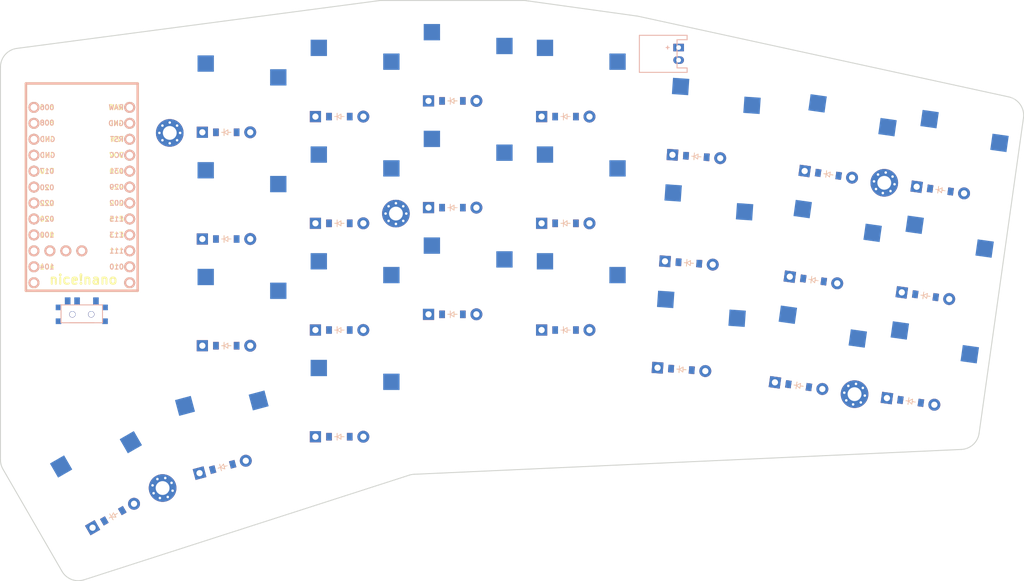
<source format=kicad_pcb>


(kicad_pcb (version 20171130) (host pcbnew 5.1.6)

  (page A3)
  (title_block
    (title "right_pcb")
    (rev "v1.0.0")
    (company "Unknown")
  )

  (general
    (thickness 1.6)
  )

  (layers
    (0 F.Cu signal)
    (31 B.Cu signal)
    (32 B.Adhes user)
    (33 F.Adhes user)
    (34 B.Paste user)
    (35 F.Paste user)
    (36 B.SilkS user)
    (37 F.SilkS user)
    (38 B.Mask user)
    (39 F.Mask user)
    (40 Dwgs.User user)
    (41 Cmts.User user)
    (42 Eco1.User user)
    (43 Eco2.User user)
    (44 Edge.Cuts user)
    (45 Margin user)
    (46 B.CrtYd user)
    (47 F.CrtYd user)
    (48 B.Fab user)
    (49 F.Fab user)
  )

  (setup
    (last_trace_width 0.25)
    (trace_clearance 0.2)
    (zone_clearance 0.508)
    (zone_45_only no)
    (trace_min 0.2)
    (via_size 0.8)
    (via_drill 0.4)
    (via_min_size 0.4)
    (via_min_drill 0.3)
    (uvia_size 0.3)
    (uvia_drill 0.1)
    (uvias_allowed no)
    (uvia_min_size 0.2)
    (uvia_min_drill 0.1)
    (edge_width 0.05)
    (segment_width 0.2)
    (pcb_text_width 0.3)
    (pcb_text_size 1.5 1.5)
    (mod_edge_width 0.12)
    (mod_text_size 1 1)
    (mod_text_width 0.15)
    (pad_size 1.524 1.524)
    (pad_drill 0.762)
    (pad_to_mask_clearance 0.05)
    (aux_axis_origin 0 0)
    (visible_elements FFFFFF7F)
    (pcbplotparams
      (layerselection 0x010fc_ffffffff)
      (usegerberextensions false)
      (usegerberattributes true)
      (usegerberadvancedattributes true)
      (creategerberjobfile true)
      (excludeedgelayer true)
      (linewidth 0.100000)
      (plotframeref false)
      (viasonmask false)
      (mode 1)
      (useauxorigin false)
      (hpglpennumber 1)
      (hpglpenspeed 20)
      (hpglpendiameter 15.000000)
      (psnegative false)
      (psa4output false)
      (plotreference true)
      (plotvalue true)
      (plotinvisibletext false)
      (padsonsilk false)
      (subtractmaskfromsilk false)
      (outputformat 1)
      (mirror false)
      (drillshape 1)
      (scaleselection 1)
      (outputdirectory ""))
  )

  (net 0 "")
(net 1 "P017")
(net 2 "mirror_clone_outer_bottom")
(net 3 "mirror_clone_outer_home")
(net 4 "mirror_clone_outer_top")
(net 5 "P020")
(net 6 "mirror_outer_bottom")
(net 7 "mirror_outer_home")
(net 8 "mirror_outer_top")
(net 9 "P022")
(net 10 "mirror_pinky_bottom")
(net 11 "mirror_pinky_home")
(net 12 "mirror_pinky_top")
(net 13 "P024")
(net 14 "mirror_ring_bottom")
(net 15 "mirror_ring_home")
(net 16 "mirror_ring_top")
(net 17 "P100")
(net 18 "mirror_middle_bottom")
(net 19 "mirror_middle_home")
(net 20 "mirror_middle_top")
(net 21 "mirror_index_mod")
(net 22 "P011")
(net 23 "mirror_index_bottom")
(net 24 "mirror_index_home")
(net 25 "mirror_index_top")
(net 26 "P104")
(net 27 "mirror_inner_bottom")
(net 28 "mirror_inner_home")
(net 29 "mirror_inner_top")
(net 30 "mirror_layer_cluster")
(net 31 "mirror_space_cluster")
(net 32 "P002")
(net 33 "P029")
(net 34 "P031")
(net 35 "P115")
(net 36 "RAW")
(net 37 "GND")
(net 38 "RST")
(net 39 "VCC")
(net 40 "P113")
(net 41 "P111")
(net 42 "P010")
(net 43 "P009")
(net 44 "P006")
(net 45 "P008")
(net 46 "P106")
(net 47 "P101")
(net 48 "P102")
(net 49 "P107")
(net 50 "pos")

  (net_class Default "This is the default net class."
    (clearance 0.2)
    (trace_width 0.25)
    (via_dia 0.8)
    (via_drill 0.4)
    (uvia_dia 0.3)
    (uvia_drill 0.1)
    (add_net "")
(add_net "P017")
(add_net "mirror_clone_outer_bottom")
(add_net "mirror_clone_outer_home")
(add_net "mirror_clone_outer_top")
(add_net "P020")
(add_net "mirror_outer_bottom")
(add_net "mirror_outer_home")
(add_net "mirror_outer_top")
(add_net "P022")
(add_net "mirror_pinky_bottom")
(add_net "mirror_pinky_home")
(add_net "mirror_pinky_top")
(add_net "P024")
(add_net "mirror_ring_bottom")
(add_net "mirror_ring_home")
(add_net "mirror_ring_top")
(add_net "P100")
(add_net "mirror_middle_bottom")
(add_net "mirror_middle_home")
(add_net "mirror_middle_top")
(add_net "mirror_index_mod")
(add_net "P011")
(add_net "mirror_index_bottom")
(add_net "mirror_index_home")
(add_net "mirror_index_top")
(add_net "P104")
(add_net "mirror_inner_bottom")
(add_net "mirror_inner_home")
(add_net "mirror_inner_top")
(add_net "mirror_layer_cluster")
(add_net "mirror_space_cluster")
(add_net "P002")
(add_net "P029")
(add_net "P031")
(add_net "P115")
(add_net "RAW")
(add_net "GND")
(add_net "RST")
(add_net "VCC")
(add_net "P113")
(add_net "P111")
(add_net "P010")
(add_net "P009")
(add_net "P006")
(add_net "P008")
(add_net "P106")
(add_net "P101")
(add_net "P102")
(add_net "P107")
(add_net "pos")
  )

  
        
      (module PG1350 (layer F.Cu) (tedit 5DD50112)
      (at 376.8799847 133.1654428 -8)

      
      (fp_text reference "S1" (at 0 0) (layer F.SilkS) hide (effects (font (size 1.27 1.27) (thickness 0.15))))
      (fp_text value "" (at 0 0) (layer F.SilkS) hide (effects (font (size 1.27 1.27) (thickness 0.15))))

      
      (fp_line (start -7 -6) (end -7 -7) (layer Dwgs.User) (width 0.15))
      (fp_line (start -7 7) (end -6 7) (layer Dwgs.User) (width 0.15))
      (fp_line (start -6 -7) (end -7 -7) (layer Dwgs.User) (width 0.15))
      (fp_line (start -7 7) (end -7 6) (layer Dwgs.User) (width 0.15))
      (fp_line (start 7 6) (end 7 7) (layer Dwgs.User) (width 0.15))
      (fp_line (start 7 -7) (end 6 -7) (layer Dwgs.User) (width 0.15))
      (fp_line (start 6 7) (end 7 7) (layer Dwgs.User) (width 0.15))
      (fp_line (start 7 -7) (end 7 -6) (layer Dwgs.User) (width 0.15))      
      
      
      (pad "" np_thru_hole circle (at 0 0) (size 3.429 3.429) (drill 3.429) (layers *.Cu *.Mask))
        
      
      (pad "" np_thru_hole circle (at 5.5 0) (size 1.7018 1.7018) (drill 1.7018) (layers *.Cu *.Mask))
      (pad "" np_thru_hole circle (at -5.5 0) (size 1.7018 1.7018) (drill 1.7018) (layers *.Cu *.Mask))
      
        
      
      (fp_line (start -9 -8.5) (end 9 -8.5) (layer Dwgs.User) (width 0.15))
      (fp_line (start 9 -8.5) (end 9 8.5) (layer Dwgs.User) (width 0.15))
      (fp_line (start 9 8.5) (end -9 8.5) (layer Dwgs.User) (width 0.15))
      (fp_line (start -9 8.5) (end -9 -8.5) (layer Dwgs.User) (width 0.15))
      
        
          
          (pad "" np_thru_hole circle (at 5 -3.75) (size 3 3) (drill 3) (layers *.Cu *.Mask))
          (pad "" np_thru_hole circle (at 0 -5.95) (size 3 3) (drill 3) (layers *.Cu *.Mask))
      
          
          (pad 1 smd rect (at -3.275 -5.95 -8) (size 2.6 2.6) (layers B.Cu B.Paste B.Mask)  (net 1 "P017"))
          (pad 2 smd rect (at 8.275 -3.75 -8) (size 2.6 2.6) (layers B.Cu B.Paste B.Mask)  (net 2 "mirror_clone_outer_bottom"))
        )
        

        
      (module PG1350 (layer F.Cu) (tedit 5DD50112)
      (at 379.2459274 116.33088559999999 -8)

      
      (fp_text reference "S2" (at 0 0) (layer F.SilkS) hide (effects (font (size 1.27 1.27) (thickness 0.15))))
      (fp_text value "" (at 0 0) (layer F.SilkS) hide (effects (font (size 1.27 1.27) (thickness 0.15))))

      
      (fp_line (start -7 -6) (end -7 -7) (layer Dwgs.User) (width 0.15))
      (fp_line (start -7 7) (end -6 7) (layer Dwgs.User) (width 0.15))
      (fp_line (start -6 -7) (end -7 -7) (layer Dwgs.User) (width 0.15))
      (fp_line (start -7 7) (end -7 6) (layer Dwgs.User) (width 0.15))
      (fp_line (start 7 6) (end 7 7) (layer Dwgs.User) (width 0.15))
      (fp_line (start 7 -7) (end 6 -7) (layer Dwgs.User) (width 0.15))
      (fp_line (start 6 7) (end 7 7) (layer Dwgs.User) (width 0.15))
      (fp_line (start 7 -7) (end 7 -6) (layer Dwgs.User) (width 0.15))      
      
      
      (pad "" np_thru_hole circle (at 0 0) (size 3.429 3.429) (drill 3.429) (layers *.Cu *.Mask))
        
      
      (pad "" np_thru_hole circle (at 5.5 0) (size 1.7018 1.7018) (drill 1.7018) (layers *.Cu *.Mask))
      (pad "" np_thru_hole circle (at -5.5 0) (size 1.7018 1.7018) (drill 1.7018) (layers *.Cu *.Mask))
      
        
      
      (fp_line (start -9 -8.5) (end 9 -8.5) (layer Dwgs.User) (width 0.15))
      (fp_line (start 9 -8.5) (end 9 8.5) (layer Dwgs.User) (width 0.15))
      (fp_line (start 9 8.5) (end -9 8.5) (layer Dwgs.User) (width 0.15))
      (fp_line (start -9 8.5) (end -9 -8.5) (layer Dwgs.User) (width 0.15))
      
        
          
          (pad "" np_thru_hole circle (at 5 -3.75) (size 3 3) (drill 3) (layers *.Cu *.Mask))
          (pad "" np_thru_hole circle (at 0 -5.95) (size 3 3) (drill 3) (layers *.Cu *.Mask))
      
          
          (pad 1 smd rect (at -3.275 -5.95 -8) (size 2.6 2.6) (layers B.Cu B.Paste B.Mask)  (net 1 "P017"))
          (pad 2 smd rect (at 8.275 -3.75 -8) (size 2.6 2.6) (layers B.Cu B.Paste B.Mask)  (net 3 "mirror_clone_outer_home"))
        )
        

        
      (module PG1350 (layer F.Cu) (tedit 5DD50112)
      (at 381.61187010000003 99.49632839999998 -8)

      
      (fp_text reference "S3" (at 0 0) (layer F.SilkS) hide (effects (font (size 1.27 1.27) (thickness 0.15))))
      (fp_text value "" (at 0 0) (layer F.SilkS) hide (effects (font (size 1.27 1.27) (thickness 0.15))))

      
      (fp_line (start -7 -6) (end -7 -7) (layer Dwgs.User) (width 0.15))
      (fp_line (start -7 7) (end -6 7) (layer Dwgs.User) (width 0.15))
      (fp_line (start -6 -7) (end -7 -7) (layer Dwgs.User) (width 0.15))
      (fp_line (start -7 7) (end -7 6) (layer Dwgs.User) (width 0.15))
      (fp_line (start 7 6) (end 7 7) (layer Dwgs.User) (width 0.15))
      (fp_line (start 7 -7) (end 6 -7) (layer Dwgs.User) (width 0.15))
      (fp_line (start 6 7) (end 7 7) (layer Dwgs.User) (width 0.15))
      (fp_line (start 7 -7) (end 7 -6) (layer Dwgs.User) (width 0.15))      
      
      
      (pad "" np_thru_hole circle (at 0 0) (size 3.429 3.429) (drill 3.429) (layers *.Cu *.Mask))
        
      
      (pad "" np_thru_hole circle (at 5.5 0) (size 1.7018 1.7018) (drill 1.7018) (layers *.Cu *.Mask))
      (pad "" np_thru_hole circle (at -5.5 0) (size 1.7018 1.7018) (drill 1.7018) (layers *.Cu *.Mask))
      
        
      
      (fp_line (start -9 -8.5) (end 9 -8.5) (layer Dwgs.User) (width 0.15))
      (fp_line (start 9 -8.5) (end 9 8.5) (layer Dwgs.User) (width 0.15))
      (fp_line (start 9 8.5) (end -9 8.5) (layer Dwgs.User) (width 0.15))
      (fp_line (start -9 8.5) (end -9 -8.5) (layer Dwgs.User) (width 0.15))
      
        
          
          (pad "" np_thru_hole circle (at 5 -3.75) (size 3 3) (drill 3) (layers *.Cu *.Mask))
          (pad "" np_thru_hole circle (at 0 -5.95) (size 3 3) (drill 3) (layers *.Cu *.Mask))
      
          
          (pad 1 smd rect (at -3.275 -5.95 -8) (size 2.6 2.6) (layers B.Cu B.Paste B.Mask)  (net 1 "P017"))
          (pad 2 smd rect (at 8.275 -3.75 -8) (size 2.6 2.6) (layers B.Cu B.Paste B.Mask)  (net 4 "mirror_clone_outer_top"))
        )
        

        
      (module PG1350 (layer F.Cu) (tedit 5DD50112)
      (at 359.05515950000006 130.660327 -8)

      
      (fp_text reference "S4" (at 0 0) (layer F.SilkS) hide (effects (font (size 1.27 1.27) (thickness 0.15))))
      (fp_text value "" (at 0 0) (layer F.SilkS) hide (effects (font (size 1.27 1.27) (thickness 0.15))))

      
      (fp_line (start -7 -6) (end -7 -7) (layer Dwgs.User) (width 0.15))
      (fp_line (start -7 7) (end -6 7) (layer Dwgs.User) (width 0.15))
      (fp_line (start -6 -7) (end -7 -7) (layer Dwgs.User) (width 0.15))
      (fp_line (start -7 7) (end -7 6) (layer Dwgs.User) (width 0.15))
      (fp_line (start 7 6) (end 7 7) (layer Dwgs.User) (width 0.15))
      (fp_line (start 7 -7) (end 6 -7) (layer Dwgs.User) (width 0.15))
      (fp_line (start 6 7) (end 7 7) (layer Dwgs.User) (width 0.15))
      (fp_line (start 7 -7) (end 7 -6) (layer Dwgs.User) (width 0.15))      
      
      
      (pad "" np_thru_hole circle (at 0 0) (size 3.429 3.429) (drill 3.429) (layers *.Cu *.Mask))
        
      
      (pad "" np_thru_hole circle (at 5.5 0) (size 1.7018 1.7018) (drill 1.7018) (layers *.Cu *.Mask))
      (pad "" np_thru_hole circle (at -5.5 0) (size 1.7018 1.7018) (drill 1.7018) (layers *.Cu *.Mask))
      
        
      
      (fp_line (start -9 -8.5) (end 9 -8.5) (layer Dwgs.User) (width 0.15))
      (fp_line (start 9 -8.5) (end 9 8.5) (layer Dwgs.User) (width 0.15))
      (fp_line (start 9 8.5) (end -9 8.5) (layer Dwgs.User) (width 0.15))
      (fp_line (start -9 8.5) (end -9 -8.5) (layer Dwgs.User) (width 0.15))
      
        
          
          (pad "" np_thru_hole circle (at 5 -3.75) (size 3 3) (drill 3) (layers *.Cu *.Mask))
          (pad "" np_thru_hole circle (at 0 -5.95) (size 3 3) (drill 3) (layers *.Cu *.Mask))
      
          
          (pad 1 smd rect (at -3.275 -5.95 -8) (size 2.6 2.6) (layers B.Cu B.Paste B.Mask)  (net 5 "P020"))
          (pad 2 smd rect (at 8.275 -3.75 -8) (size 2.6 2.6) (layers B.Cu B.Paste B.Mask)  (net 6 "mirror_outer_bottom"))
        )
        

        
      (module PG1350 (layer F.Cu) (tedit 5DD50112)
      (at 361.42110220000006 113.82576979999999 -8)

      
      (fp_text reference "S5" (at 0 0) (layer F.SilkS) hide (effects (font (size 1.27 1.27) (thickness 0.15))))
      (fp_text value "" (at 0 0) (layer F.SilkS) hide (effects (font (size 1.27 1.27) (thickness 0.15))))

      
      (fp_line (start -7 -6) (end -7 -7) (layer Dwgs.User) (width 0.15))
      (fp_line (start -7 7) (end -6 7) (layer Dwgs.User) (width 0.15))
      (fp_line (start -6 -7) (end -7 -7) (layer Dwgs.User) (width 0.15))
      (fp_line (start -7 7) (end -7 6) (layer Dwgs.User) (width 0.15))
      (fp_line (start 7 6) (end 7 7) (layer Dwgs.User) (width 0.15))
      (fp_line (start 7 -7) (end 6 -7) (layer Dwgs.User) (width 0.15))
      (fp_line (start 6 7) (end 7 7) (layer Dwgs.User) (width 0.15))
      (fp_line (start 7 -7) (end 7 -6) (layer Dwgs.User) (width 0.15))      
      
      
      (pad "" np_thru_hole circle (at 0 0) (size 3.429 3.429) (drill 3.429) (layers *.Cu *.Mask))
        
      
      (pad "" np_thru_hole circle (at 5.5 0) (size 1.7018 1.7018) (drill 1.7018) (layers *.Cu *.Mask))
      (pad "" np_thru_hole circle (at -5.5 0) (size 1.7018 1.7018) (drill 1.7018) (layers *.Cu *.Mask))
      
        
      
      (fp_line (start -9 -8.5) (end 9 -8.5) (layer Dwgs.User) (width 0.15))
      (fp_line (start 9 -8.5) (end 9 8.5) (layer Dwgs.User) (width 0.15))
      (fp_line (start 9 8.5) (end -9 8.5) (layer Dwgs.User) (width 0.15))
      (fp_line (start -9 8.5) (end -9 -8.5) (layer Dwgs.User) (width 0.15))
      
        
          
          (pad "" np_thru_hole circle (at 5 -3.75) (size 3 3) (drill 3) (layers *.Cu *.Mask))
          (pad "" np_thru_hole circle (at 0 -5.95) (size 3 3) (drill 3) (layers *.Cu *.Mask))
      
          
          (pad 1 smd rect (at -3.275 -5.95 -8) (size 2.6 2.6) (layers B.Cu B.Paste B.Mask)  (net 5 "P020"))
          (pad 2 smd rect (at 8.275 -3.75 -8) (size 2.6 2.6) (layers B.Cu B.Paste B.Mask)  (net 7 "mirror_outer_home"))
        )
        

        
      (module PG1350 (layer F.Cu) (tedit 5DD50112)
      (at 363.78704490000007 96.99121259999998 -8)

      
      (fp_text reference "S6" (at 0 0) (layer F.SilkS) hide (effects (font (size 1.27 1.27) (thickness 0.15))))
      (fp_text value "" (at 0 0) (layer F.SilkS) hide (effects (font (size 1.27 1.27) (thickness 0.15))))

      
      (fp_line (start -7 -6) (end -7 -7) (layer Dwgs.User) (width 0.15))
      (fp_line (start -7 7) (end -6 7) (layer Dwgs.User) (width 0.15))
      (fp_line (start -6 -7) (end -7 -7) (layer Dwgs.User) (width 0.15))
      (fp_line (start -7 7) (end -7 6) (layer Dwgs.User) (width 0.15))
      (fp_line (start 7 6) (end 7 7) (layer Dwgs.User) (width 0.15))
      (fp_line (start 7 -7) (end 6 -7) (layer Dwgs.User) (width 0.15))
      (fp_line (start 6 7) (end 7 7) (layer Dwgs.User) (width 0.15))
      (fp_line (start 7 -7) (end 7 -6) (layer Dwgs.User) (width 0.15))      
      
      
      (pad "" np_thru_hole circle (at 0 0) (size 3.429 3.429) (drill 3.429) (layers *.Cu *.Mask))
        
      
      (pad "" np_thru_hole circle (at 5.5 0) (size 1.7018 1.7018) (drill 1.7018) (layers *.Cu *.Mask))
      (pad "" np_thru_hole circle (at -5.5 0) (size 1.7018 1.7018) (drill 1.7018) (layers *.Cu *.Mask))
      
        
      
      (fp_line (start -9 -8.5) (end 9 -8.5) (layer Dwgs.User) (width 0.15))
      (fp_line (start 9 -8.5) (end 9 8.5) (layer Dwgs.User) (width 0.15))
      (fp_line (start 9 8.5) (end -9 8.5) (layer Dwgs.User) (width 0.15))
      (fp_line (start -9 8.5) (end -9 -8.5) (layer Dwgs.User) (width 0.15))
      
        
          
          (pad "" np_thru_hole circle (at 5 -3.75) (size 3 3) (drill 3) (layers *.Cu *.Mask))
          (pad "" np_thru_hole circle (at 0 -5.95) (size 3 3) (drill 3) (layers *.Cu *.Mask))
      
          
          (pad 1 smd rect (at -3.275 -5.95 -8) (size 2.6 2.6) (layers B.Cu B.Paste B.Mask)  (net 5 "P020"))
          (pad 2 smd rect (at 8.275 -3.75 -8) (size 2.6 2.6) (layers B.Cu B.Paste B.Mask)  (net 8 "mirror_outer_top"))
        )
        

        
      (module PG1350 (layer F.Cu) (tedit 5DD50112)
      (at 340.0502516 128.0311795 -4)

      
      (fp_text reference "S7" (at 0 0) (layer F.SilkS) hide (effects (font (size 1.27 1.27) (thickness 0.15))))
      (fp_text value "" (at 0 0) (layer F.SilkS) hide (effects (font (size 1.27 1.27) (thickness 0.15))))

      
      (fp_line (start -7 -6) (end -7 -7) (layer Dwgs.User) (width 0.15))
      (fp_line (start -7 7) (end -6 7) (layer Dwgs.User) (width 0.15))
      (fp_line (start -6 -7) (end -7 -7) (layer Dwgs.User) (width 0.15))
      (fp_line (start -7 7) (end -7 6) (layer Dwgs.User) (width 0.15))
      (fp_line (start 7 6) (end 7 7) (layer Dwgs.User) (width 0.15))
      (fp_line (start 7 -7) (end 6 -7) (layer Dwgs.User) (width 0.15))
      (fp_line (start 6 7) (end 7 7) (layer Dwgs.User) (width 0.15))
      (fp_line (start 7 -7) (end 7 -6) (layer Dwgs.User) (width 0.15))      
      
      
      (pad "" np_thru_hole circle (at 0 0) (size 3.429 3.429) (drill 3.429) (layers *.Cu *.Mask))
        
      
      (pad "" np_thru_hole circle (at 5.5 0) (size 1.7018 1.7018) (drill 1.7018) (layers *.Cu *.Mask))
      (pad "" np_thru_hole circle (at -5.5 0) (size 1.7018 1.7018) (drill 1.7018) (layers *.Cu *.Mask))
      
        
      
      (fp_line (start -9 -8.5) (end 9 -8.5) (layer Dwgs.User) (width 0.15))
      (fp_line (start 9 -8.5) (end 9 8.5) (layer Dwgs.User) (width 0.15))
      (fp_line (start 9 8.5) (end -9 8.5) (layer Dwgs.User) (width 0.15))
      (fp_line (start -9 8.5) (end -9 -8.5) (layer Dwgs.User) (width 0.15))
      
        
          
          (pad "" np_thru_hole circle (at 5 -3.75) (size 3 3) (drill 3) (layers *.Cu *.Mask))
          (pad "" np_thru_hole circle (at 0 -5.95) (size 3 3) (drill 3) (layers *.Cu *.Mask))
      
          
          (pad 1 smd rect (at -3.275 -5.95 -4) (size 2.6 2.6) (layers B.Cu B.Paste B.Mask)  (net 9 "P022"))
          (pad 2 smd rect (at 8.275 -3.75 -4) (size 2.6 2.6) (layers B.Cu B.Paste B.Mask)  (net 10 "mirror_pinky_bottom"))
        )
        

        
      (module PG1350 (layer F.Cu) (tedit 5DD50112)
      (at 341.23611170000004 111.07259060000001 -4)

      
      (fp_text reference "S8" (at 0 0) (layer F.SilkS) hide (effects (font (size 1.27 1.27) (thickness 0.15))))
      (fp_text value "" (at 0 0) (layer F.SilkS) hide (effects (font (size 1.27 1.27) (thickness 0.15))))

      
      (fp_line (start -7 -6) (end -7 -7) (layer Dwgs.User) (width 0.15))
      (fp_line (start -7 7) (end -6 7) (layer Dwgs.User) (width 0.15))
      (fp_line (start -6 -7) (end -7 -7) (layer Dwgs.User) (width 0.15))
      (fp_line (start -7 7) (end -7 6) (layer Dwgs.User) (width 0.15))
      (fp_line (start 7 6) (end 7 7) (layer Dwgs.User) (width 0.15))
      (fp_line (start 7 -7) (end 6 -7) (layer Dwgs.User) (width 0.15))
      (fp_line (start 6 7) (end 7 7) (layer Dwgs.User) (width 0.15))
      (fp_line (start 7 -7) (end 7 -6) (layer Dwgs.User) (width 0.15))      
      
      
      (pad "" np_thru_hole circle (at 0 0) (size 3.429 3.429) (drill 3.429) (layers *.Cu *.Mask))
        
      
      (pad "" np_thru_hole circle (at 5.5 0) (size 1.7018 1.7018) (drill 1.7018) (layers *.Cu *.Mask))
      (pad "" np_thru_hole circle (at -5.5 0) (size 1.7018 1.7018) (drill 1.7018) (layers *.Cu *.Mask))
      
        
      
      (fp_line (start -9 -8.5) (end 9 -8.5) (layer Dwgs.User) (width 0.15))
      (fp_line (start 9 -8.5) (end 9 8.5) (layer Dwgs.User) (width 0.15))
      (fp_line (start 9 8.5) (end -9 8.5) (layer Dwgs.User) (width 0.15))
      (fp_line (start -9 8.5) (end -9 -8.5) (layer Dwgs.User) (width 0.15))
      
        
          
          (pad "" np_thru_hole circle (at 5 -3.75) (size 3 3) (drill 3) (layers *.Cu *.Mask))
          (pad "" np_thru_hole circle (at 0 -5.95) (size 3 3) (drill 3) (layers *.Cu *.Mask))
      
          
          (pad 1 smd rect (at -3.275 -5.95 -4) (size 2.6 2.6) (layers B.Cu B.Paste B.Mask)  (net 9 "P022"))
          (pad 2 smd rect (at 8.275 -3.75 -4) (size 2.6 2.6) (layers B.Cu B.Paste B.Mask)  (net 11 "mirror_pinky_home"))
        )
        

        
      (module PG1350 (layer F.Cu) (tedit 5DD50112)
      (at 342.4219718 94.11400170000002 -4)

      
      (fp_text reference "S9" (at 0 0) (layer F.SilkS) hide (effects (font (size 1.27 1.27) (thickness 0.15))))
      (fp_text value "" (at 0 0) (layer F.SilkS) hide (effects (font (size 1.27 1.27) (thickness 0.15))))

      
      (fp_line (start -7 -6) (end -7 -7) (layer Dwgs.User) (width 0.15))
      (fp_line (start -7 7) (end -6 7) (layer Dwgs.User) (width 0.15))
      (fp_line (start -6 -7) (end -7 -7) (layer Dwgs.User) (width 0.15))
      (fp_line (start -7 7) (end -7 6) (layer Dwgs.User) (width 0.15))
      (fp_line (start 7 6) (end 7 7) (layer Dwgs.User) (width 0.15))
      (fp_line (start 7 -7) (end 6 -7) (layer Dwgs.User) (width 0.15))
      (fp_line (start 6 7) (end 7 7) (layer Dwgs.User) (width 0.15))
      (fp_line (start 7 -7) (end 7 -6) (layer Dwgs.User) (width 0.15))      
      
      
      (pad "" np_thru_hole circle (at 0 0) (size 3.429 3.429) (drill 3.429) (layers *.Cu *.Mask))
        
      
      (pad "" np_thru_hole circle (at 5.5 0) (size 1.7018 1.7018) (drill 1.7018) (layers *.Cu *.Mask))
      (pad "" np_thru_hole circle (at -5.5 0) (size 1.7018 1.7018) (drill 1.7018) (layers *.Cu *.Mask))
      
        
      
      (fp_line (start -9 -8.5) (end 9 -8.5) (layer Dwgs.User) (width 0.15))
      (fp_line (start 9 -8.5) (end 9 8.5) (layer Dwgs.User) (width 0.15))
      (fp_line (start 9 8.5) (end -9 8.5) (layer Dwgs.User) (width 0.15))
      (fp_line (start -9 8.5) (end -9 -8.5) (layer Dwgs.User) (width 0.15))
      
        
          
          (pad "" np_thru_hole circle (at 5 -3.75) (size 3 3) (drill 3) (layers *.Cu *.Mask))
          (pad "" np_thru_hole circle (at 0 -5.95) (size 3 3) (drill 3) (layers *.Cu *.Mask))
      
          
          (pad 1 smd rect (at -3.275 -5.95 -4) (size 2.6 2.6) (layers B.Cu B.Paste B.Mask)  (net 9 "P022"))
          (pad 2 smd rect (at 8.275 -3.75 -4) (size 2.6 2.6) (layers B.Cu B.Paste B.Mask)  (net 12 "mirror_pinky_top"))
        )
        

        
      (module PG1350 (layer F.Cu) (tedit 5DD50112)
      (at 321.257021 121.74633159999999 0)

      
      (fp_text reference "S10" (at 0 0) (layer F.SilkS) hide (effects (font (size 1.27 1.27) (thickness 0.15))))
      (fp_text value "" (at 0 0) (layer F.SilkS) hide (effects (font (size 1.27 1.27) (thickness 0.15))))

      
      (fp_line (start -7 -6) (end -7 -7) (layer Dwgs.User) (width 0.15))
      (fp_line (start -7 7) (end -6 7) (layer Dwgs.User) (width 0.15))
      (fp_line (start -6 -7) (end -7 -7) (layer Dwgs.User) (width 0.15))
      (fp_line (start -7 7) (end -7 6) (layer Dwgs.User) (width 0.15))
      (fp_line (start 7 6) (end 7 7) (layer Dwgs.User) (width 0.15))
      (fp_line (start 7 -7) (end 6 -7) (layer Dwgs.User) (width 0.15))
      (fp_line (start 6 7) (end 7 7) (layer Dwgs.User) (width 0.15))
      (fp_line (start 7 -7) (end 7 -6) (layer Dwgs.User) (width 0.15))      
      
      
      (pad "" np_thru_hole circle (at 0 0) (size 3.429 3.429) (drill 3.429) (layers *.Cu *.Mask))
        
      
      (pad "" np_thru_hole circle (at 5.5 0) (size 1.7018 1.7018) (drill 1.7018) (layers *.Cu *.Mask))
      (pad "" np_thru_hole circle (at -5.5 0) (size 1.7018 1.7018) (drill 1.7018) (layers *.Cu *.Mask))
      
        
      
      (fp_line (start -9 -8.5) (end 9 -8.5) (layer Dwgs.User) (width 0.15))
      (fp_line (start 9 -8.5) (end 9 8.5) (layer Dwgs.User) (width 0.15))
      (fp_line (start 9 8.5) (end -9 8.5) (layer Dwgs.User) (width 0.15))
      (fp_line (start -9 8.5) (end -9 -8.5) (layer Dwgs.User) (width 0.15))
      
        
          
          (pad "" np_thru_hole circle (at 5 -3.75) (size 3 3) (drill 3) (layers *.Cu *.Mask))
          (pad "" np_thru_hole circle (at 0 -5.95) (size 3 3) (drill 3) (layers *.Cu *.Mask))
      
          
          (pad 1 smd rect (at -3.275 -5.95 0) (size 2.6 2.6) (layers B.Cu B.Paste B.Mask)  (net 13 "P024"))
          (pad 2 smd rect (at 8.275 -3.75 0) (size 2.6 2.6) (layers B.Cu B.Paste B.Mask)  (net 14 "mirror_ring_bottom"))
        )
        

        
      (module PG1350 (layer F.Cu) (tedit 5DD50112)
      (at 321.257021 104.74633159999999 0)

      
      (fp_text reference "S11" (at 0 0) (layer F.SilkS) hide (effects (font (size 1.27 1.27) (thickness 0.15))))
      (fp_text value "" (at 0 0) (layer F.SilkS) hide (effects (font (size 1.27 1.27) (thickness 0.15))))

      
      (fp_line (start -7 -6) (end -7 -7) (layer Dwgs.User) (width 0.15))
      (fp_line (start -7 7) (end -6 7) (layer Dwgs.User) (width 0.15))
      (fp_line (start -6 -7) (end -7 -7) (layer Dwgs.User) (width 0.15))
      (fp_line (start -7 7) (end -7 6) (layer Dwgs.User) (width 0.15))
      (fp_line (start 7 6) (end 7 7) (layer Dwgs.User) (width 0.15))
      (fp_line (start 7 -7) (end 6 -7) (layer Dwgs.User) (width 0.15))
      (fp_line (start 6 7) (end 7 7) (layer Dwgs.User) (width 0.15))
      (fp_line (start 7 -7) (end 7 -6) (layer Dwgs.User) (width 0.15))      
      
      
      (pad "" np_thru_hole circle (at 0 0) (size 3.429 3.429) (drill 3.429) (layers *.Cu *.Mask))
        
      
      (pad "" np_thru_hole circle (at 5.5 0) (size 1.7018 1.7018) (drill 1.7018) (layers *.Cu *.Mask))
      (pad "" np_thru_hole circle (at -5.5 0) (size 1.7018 1.7018) (drill 1.7018) (layers *.Cu *.Mask))
      
        
      
      (fp_line (start -9 -8.5) (end 9 -8.5) (layer Dwgs.User) (width 0.15))
      (fp_line (start 9 -8.5) (end 9 8.5) (layer Dwgs.User) (width 0.15))
      (fp_line (start 9 8.5) (end -9 8.5) (layer Dwgs.User) (width 0.15))
      (fp_line (start -9 8.5) (end -9 -8.5) (layer Dwgs.User) (width 0.15))
      
        
          
          (pad "" np_thru_hole circle (at 5 -3.75) (size 3 3) (drill 3) (layers *.Cu *.Mask))
          (pad "" np_thru_hole circle (at 0 -5.95) (size 3 3) (drill 3) (layers *.Cu *.Mask))
      
          
          (pad 1 smd rect (at -3.275 -5.95 0) (size 2.6 2.6) (layers B.Cu B.Paste B.Mask)  (net 13 "P024"))
          (pad 2 smd rect (at 8.275 -3.75 0) (size 2.6 2.6) (layers B.Cu B.Paste B.Mask)  (net 15 "mirror_ring_home"))
        )
        

        
      (module PG1350 (layer F.Cu) (tedit 5DD50112)
      (at 321.257021 87.74633159999999 0)

      
      (fp_text reference "S12" (at 0 0) (layer F.SilkS) hide (effects (font (size 1.27 1.27) (thickness 0.15))))
      (fp_text value "" (at 0 0) (layer F.SilkS) hide (effects (font (size 1.27 1.27) (thickness 0.15))))

      
      (fp_line (start -7 -6) (end -7 -7) (layer Dwgs.User) (width 0.15))
      (fp_line (start -7 7) (end -6 7) (layer Dwgs.User) (width 0.15))
      (fp_line (start -6 -7) (end -7 -7) (layer Dwgs.User) (width 0.15))
      (fp_line (start -7 7) (end -7 6) (layer Dwgs.User) (width 0.15))
      (fp_line (start 7 6) (end 7 7) (layer Dwgs.User) (width 0.15))
      (fp_line (start 7 -7) (end 6 -7) (layer Dwgs.User) (width 0.15))
      (fp_line (start 6 7) (end 7 7) (layer Dwgs.User) (width 0.15))
      (fp_line (start 7 -7) (end 7 -6) (layer Dwgs.User) (width 0.15))      
      
      
      (pad "" np_thru_hole circle (at 0 0) (size 3.429 3.429) (drill 3.429) (layers *.Cu *.Mask))
        
      
      (pad "" np_thru_hole circle (at 5.5 0) (size 1.7018 1.7018) (drill 1.7018) (layers *.Cu *.Mask))
      (pad "" np_thru_hole circle (at -5.5 0) (size 1.7018 1.7018) (drill 1.7018) (layers *.Cu *.Mask))
      
        
      
      (fp_line (start -9 -8.5) (end 9 -8.5) (layer Dwgs.User) (width 0.15))
      (fp_line (start 9 -8.5) (end 9 8.5) (layer Dwgs.User) (width 0.15))
      (fp_line (start 9 8.5) (end -9 8.5) (layer Dwgs.User) (width 0.15))
      (fp_line (start -9 8.5) (end -9 -8.5) (layer Dwgs.User) (width 0.15))
      
        
          
          (pad "" np_thru_hole circle (at 5 -3.75) (size 3 3) (drill 3) (layers *.Cu *.Mask))
          (pad "" np_thru_hole circle (at 0 -5.95) (size 3 3) (drill 3) (layers *.Cu *.Mask))
      
          
          (pad 1 smd rect (at -3.275 -5.95 0) (size 2.6 2.6) (layers B.Cu B.Paste B.Mask)  (net 13 "P024"))
          (pad 2 smd rect (at 8.275 -3.75 0) (size 2.6 2.6) (layers B.Cu B.Paste B.Mask)  (net 16 "mirror_ring_top"))
        )
        

        
      (module PG1350 (layer F.Cu) (tedit 5DD50112)
      (at 303.257021 119.24633159999999 0)

      
      (fp_text reference "S13" (at 0 0) (layer F.SilkS) hide (effects (font (size 1.27 1.27) (thickness 0.15))))
      (fp_text value "" (at 0 0) (layer F.SilkS) hide (effects (font (size 1.27 1.27) (thickness 0.15))))

      
      (fp_line (start -7 -6) (end -7 -7) (layer Dwgs.User) (width 0.15))
      (fp_line (start -7 7) (end -6 7) (layer Dwgs.User) (width 0.15))
      (fp_line (start -6 -7) (end -7 -7) (layer Dwgs.User) (width 0.15))
      (fp_line (start -7 7) (end -7 6) (layer Dwgs.User) (width 0.15))
      (fp_line (start 7 6) (end 7 7) (layer Dwgs.User) (width 0.15))
      (fp_line (start 7 -7) (end 6 -7) (layer Dwgs.User) (width 0.15))
      (fp_line (start 6 7) (end 7 7) (layer Dwgs.User) (width 0.15))
      (fp_line (start 7 -7) (end 7 -6) (layer Dwgs.User) (width 0.15))      
      
      
      (pad "" np_thru_hole circle (at 0 0) (size 3.429 3.429) (drill 3.429) (layers *.Cu *.Mask))
        
      
      (pad "" np_thru_hole circle (at 5.5 0) (size 1.7018 1.7018) (drill 1.7018) (layers *.Cu *.Mask))
      (pad "" np_thru_hole circle (at -5.5 0) (size 1.7018 1.7018) (drill 1.7018) (layers *.Cu *.Mask))
      
        
      
      (fp_line (start -9 -8.5) (end 9 -8.5) (layer Dwgs.User) (width 0.15))
      (fp_line (start 9 -8.5) (end 9 8.5) (layer Dwgs.User) (width 0.15))
      (fp_line (start 9 8.5) (end -9 8.5) (layer Dwgs.User) (width 0.15))
      (fp_line (start -9 8.5) (end -9 -8.5) (layer Dwgs.User) (width 0.15))
      
        
          
          (pad "" np_thru_hole circle (at 5 -3.75) (size 3 3) (drill 3) (layers *.Cu *.Mask))
          (pad "" np_thru_hole circle (at 0 -5.95) (size 3 3) (drill 3) (layers *.Cu *.Mask))
      
          
          (pad 1 smd rect (at -3.275 -5.95 0) (size 2.6 2.6) (layers B.Cu B.Paste B.Mask)  (net 17 "P100"))
          (pad 2 smd rect (at 8.275 -3.75 0) (size 2.6 2.6) (layers B.Cu B.Paste B.Mask)  (net 18 "mirror_middle_bottom"))
        )
        

        
      (module PG1350 (layer F.Cu) (tedit 5DD50112)
      (at 303.257021 102.24633159999999 0)

      
      (fp_text reference "S14" (at 0 0) (layer F.SilkS) hide (effects (font (size 1.27 1.27) (thickness 0.15))))
      (fp_text value "" (at 0 0) (layer F.SilkS) hide (effects (font (size 1.27 1.27) (thickness 0.15))))

      
      (fp_line (start -7 -6) (end -7 -7) (layer Dwgs.User) (width 0.15))
      (fp_line (start -7 7) (end -6 7) (layer Dwgs.User) (width 0.15))
      (fp_line (start -6 -7) (end -7 -7) (layer Dwgs.User) (width 0.15))
      (fp_line (start -7 7) (end -7 6) (layer Dwgs.User) (width 0.15))
      (fp_line (start 7 6) (end 7 7) (layer Dwgs.User) (width 0.15))
      (fp_line (start 7 -7) (end 6 -7) (layer Dwgs.User) (width 0.15))
      (fp_line (start 6 7) (end 7 7) (layer Dwgs.User) (width 0.15))
      (fp_line (start 7 -7) (end 7 -6) (layer Dwgs.User) (width 0.15))      
      
      
      (pad "" np_thru_hole circle (at 0 0) (size 3.429 3.429) (drill 3.429) (layers *.Cu *.Mask))
        
      
      (pad "" np_thru_hole circle (at 5.5 0) (size 1.7018 1.7018) (drill 1.7018) (layers *.Cu *.Mask))
      (pad "" np_thru_hole circle (at -5.5 0) (size 1.7018 1.7018) (drill 1.7018) (layers *.Cu *.Mask))
      
        
      
      (fp_line (start -9 -8.5) (end 9 -8.5) (layer Dwgs.User) (width 0.15))
      (fp_line (start 9 -8.5) (end 9 8.5) (layer Dwgs.User) (width 0.15))
      (fp_line (start 9 8.5) (end -9 8.5) (layer Dwgs.User) (width 0.15))
      (fp_line (start -9 8.5) (end -9 -8.5) (layer Dwgs.User) (width 0.15))
      
        
          
          (pad "" np_thru_hole circle (at 5 -3.75) (size 3 3) (drill 3) (layers *.Cu *.Mask))
          (pad "" np_thru_hole circle (at 0 -5.95) (size 3 3) (drill 3) (layers *.Cu *.Mask))
      
          
          (pad 1 smd rect (at -3.275 -5.95 0) (size 2.6 2.6) (layers B.Cu B.Paste B.Mask)  (net 17 "P100"))
          (pad 2 smd rect (at 8.275 -3.75 0) (size 2.6 2.6) (layers B.Cu B.Paste B.Mask)  (net 19 "mirror_middle_home"))
        )
        

        
      (module PG1350 (layer F.Cu) (tedit 5DD50112)
      (at 303.257021 85.24633159999999 0)

      
      (fp_text reference "S15" (at 0 0) (layer F.SilkS) hide (effects (font (size 1.27 1.27) (thickness 0.15))))
      (fp_text value "" (at 0 0) (layer F.SilkS) hide (effects (font (size 1.27 1.27) (thickness 0.15))))

      
      (fp_line (start -7 -6) (end -7 -7) (layer Dwgs.User) (width 0.15))
      (fp_line (start -7 7) (end -6 7) (layer Dwgs.User) (width 0.15))
      (fp_line (start -6 -7) (end -7 -7) (layer Dwgs.User) (width 0.15))
      (fp_line (start -7 7) (end -7 6) (layer Dwgs.User) (width 0.15))
      (fp_line (start 7 6) (end 7 7) (layer Dwgs.User) (width 0.15))
      (fp_line (start 7 -7) (end 6 -7) (layer Dwgs.User) (width 0.15))
      (fp_line (start 6 7) (end 7 7) (layer Dwgs.User) (width 0.15))
      (fp_line (start 7 -7) (end 7 -6) (layer Dwgs.User) (width 0.15))      
      
      
      (pad "" np_thru_hole circle (at 0 0) (size 3.429 3.429) (drill 3.429) (layers *.Cu *.Mask))
        
      
      (pad "" np_thru_hole circle (at 5.5 0) (size 1.7018 1.7018) (drill 1.7018) (layers *.Cu *.Mask))
      (pad "" np_thru_hole circle (at -5.5 0) (size 1.7018 1.7018) (drill 1.7018) (layers *.Cu *.Mask))
      
        
      
      (fp_line (start -9 -8.5) (end 9 -8.5) (layer Dwgs.User) (width 0.15))
      (fp_line (start 9 -8.5) (end 9 8.5) (layer Dwgs.User) (width 0.15))
      (fp_line (start 9 8.5) (end -9 8.5) (layer Dwgs.User) (width 0.15))
      (fp_line (start -9 8.5) (end -9 -8.5) (layer Dwgs.User) (width 0.15))
      
        
          
          (pad "" np_thru_hole circle (at 5 -3.75) (size 3 3) (drill 3) (layers *.Cu *.Mask))
          (pad "" np_thru_hole circle (at 0 -5.95) (size 3 3) (drill 3) (layers *.Cu *.Mask))
      
          
          (pad 1 smd rect (at -3.275 -5.95 0) (size 2.6 2.6) (layers B.Cu B.Paste B.Mask)  (net 17 "P100"))
          (pad 2 smd rect (at 8.275 -3.75 0) (size 2.6 2.6) (layers B.Cu B.Paste B.Mask)  (net 20 "mirror_middle_top"))
        )
        

        
      (module PG1350 (layer F.Cu) (tedit 5DD50112)
      (at 285.257021 138.74633169999998 0)

      
      (fp_text reference "S16" (at 0 0) (layer F.SilkS) hide (effects (font (size 1.27 1.27) (thickness 0.15))))
      (fp_text value "" (at 0 0) (layer F.SilkS) hide (effects (font (size 1.27 1.27) (thickness 0.15))))

      
      (fp_line (start -7 -6) (end -7 -7) (layer Dwgs.User) (width 0.15))
      (fp_line (start -7 7) (end -6 7) (layer Dwgs.User) (width 0.15))
      (fp_line (start -6 -7) (end -7 -7) (layer Dwgs.User) (width 0.15))
      (fp_line (start -7 7) (end -7 6) (layer Dwgs.User) (width 0.15))
      (fp_line (start 7 6) (end 7 7) (layer Dwgs.User) (width 0.15))
      (fp_line (start 7 -7) (end 6 -7) (layer Dwgs.User) (width 0.15))
      (fp_line (start 6 7) (end 7 7) (layer Dwgs.User) (width 0.15))
      (fp_line (start 7 -7) (end 7 -6) (layer Dwgs.User) (width 0.15))      
      
      
      (pad "" np_thru_hole circle (at 0 0) (size 3.429 3.429) (drill 3.429) (layers *.Cu *.Mask))
        
      
      (pad "" np_thru_hole circle (at 5.5 0) (size 1.7018 1.7018) (drill 1.7018) (layers *.Cu *.Mask))
      (pad "" np_thru_hole circle (at -5.5 0) (size 1.7018 1.7018) (drill 1.7018) (layers *.Cu *.Mask))
      
        
      
      (fp_line (start -9 -8.5) (end 9 -8.5) (layer Dwgs.User) (width 0.15))
      (fp_line (start 9 -8.5) (end 9 8.5) (layer Dwgs.User) (width 0.15))
      (fp_line (start 9 8.5) (end -9 8.5) (layer Dwgs.User) (width 0.15))
      (fp_line (start -9 8.5) (end -9 -8.5) (layer Dwgs.User) (width 0.15))
      
        
          
          (pad "" np_thru_hole circle (at 5 -3.75) (size 3 3) (drill 3) (layers *.Cu *.Mask))
          (pad "" np_thru_hole circle (at 0 -5.95) (size 3 3) (drill 3) (layers *.Cu *.Mask))
      
          
          (pad 1 smd rect (at -3.275 -5.95 0) (size 2.6 2.6) (layers B.Cu B.Paste B.Mask)  (net 17 "P100"))
          (pad 2 smd rect (at 8.275 -3.75 0) (size 2.6 2.6) (layers B.Cu B.Paste B.Mask)  (net 21 "mirror_index_mod"))
        )
        

        
      (module PG1350 (layer F.Cu) (tedit 5DD50112)
      (at 285.257021 121.74633169999998 0)

      
      (fp_text reference "S17" (at 0 0) (layer F.SilkS) hide (effects (font (size 1.27 1.27) (thickness 0.15))))
      (fp_text value "" (at 0 0) (layer F.SilkS) hide (effects (font (size 1.27 1.27) (thickness 0.15))))

      
      (fp_line (start -7 -6) (end -7 -7) (layer Dwgs.User) (width 0.15))
      (fp_line (start -7 7) (end -6 7) (layer Dwgs.User) (width 0.15))
      (fp_line (start -6 -7) (end -7 -7) (layer Dwgs.User) (width 0.15))
      (fp_line (start -7 7) (end -7 6) (layer Dwgs.User) (width 0.15))
      (fp_line (start 7 6) (end 7 7) (layer Dwgs.User) (width 0.15))
      (fp_line (start 7 -7) (end 6 -7) (layer Dwgs.User) (width 0.15))
      (fp_line (start 6 7) (end 7 7) (layer Dwgs.User) (width 0.15))
      (fp_line (start 7 -7) (end 7 -6) (layer Dwgs.User) (width 0.15))      
      
      
      (pad "" np_thru_hole circle (at 0 0) (size 3.429 3.429) (drill 3.429) (layers *.Cu *.Mask))
        
      
      (pad "" np_thru_hole circle (at 5.5 0) (size 1.7018 1.7018) (drill 1.7018) (layers *.Cu *.Mask))
      (pad "" np_thru_hole circle (at -5.5 0) (size 1.7018 1.7018) (drill 1.7018) (layers *.Cu *.Mask))
      
        
      
      (fp_line (start -9 -8.5) (end 9 -8.5) (layer Dwgs.User) (width 0.15))
      (fp_line (start 9 -8.5) (end 9 8.5) (layer Dwgs.User) (width 0.15))
      (fp_line (start 9 8.5) (end -9 8.5) (layer Dwgs.User) (width 0.15))
      (fp_line (start -9 8.5) (end -9 -8.5) (layer Dwgs.User) (width 0.15))
      
        
          
          (pad "" np_thru_hole circle (at 5 -3.75) (size 3 3) (drill 3) (layers *.Cu *.Mask))
          (pad "" np_thru_hole circle (at 0 -5.95) (size 3 3) (drill 3) (layers *.Cu *.Mask))
      
          
          (pad 1 smd rect (at -3.275 -5.95 0) (size 2.6 2.6) (layers B.Cu B.Paste B.Mask)  (net 22 "P011"))
          (pad 2 smd rect (at 8.275 -3.75 0) (size 2.6 2.6) (layers B.Cu B.Paste B.Mask)  (net 23 "mirror_index_bottom"))
        )
        

        
      (module PG1350 (layer F.Cu) (tedit 5DD50112)
      (at 285.257021 104.74633169999998 0)

      
      (fp_text reference "S18" (at 0 0) (layer F.SilkS) hide (effects (font (size 1.27 1.27) (thickness 0.15))))
      (fp_text value "" (at 0 0) (layer F.SilkS) hide (effects (font (size 1.27 1.27) (thickness 0.15))))

      
      (fp_line (start -7 -6) (end -7 -7) (layer Dwgs.User) (width 0.15))
      (fp_line (start -7 7) (end -6 7) (layer Dwgs.User) (width 0.15))
      (fp_line (start -6 -7) (end -7 -7) (layer Dwgs.User) (width 0.15))
      (fp_line (start -7 7) (end -7 6) (layer Dwgs.User) (width 0.15))
      (fp_line (start 7 6) (end 7 7) (layer Dwgs.User) (width 0.15))
      (fp_line (start 7 -7) (end 6 -7) (layer Dwgs.User) (width 0.15))
      (fp_line (start 6 7) (end 7 7) (layer Dwgs.User) (width 0.15))
      (fp_line (start 7 -7) (end 7 -6) (layer Dwgs.User) (width 0.15))      
      
      
      (pad "" np_thru_hole circle (at 0 0) (size 3.429 3.429) (drill 3.429) (layers *.Cu *.Mask))
        
      
      (pad "" np_thru_hole circle (at 5.5 0) (size 1.7018 1.7018) (drill 1.7018) (layers *.Cu *.Mask))
      (pad "" np_thru_hole circle (at -5.5 0) (size 1.7018 1.7018) (drill 1.7018) (layers *.Cu *.Mask))
      
        
      
      (fp_line (start -9 -8.5) (end 9 -8.5) (layer Dwgs.User) (width 0.15))
      (fp_line (start 9 -8.5) (end 9 8.5) (layer Dwgs.User) (width 0.15))
      (fp_line (start 9 8.5) (end -9 8.5) (layer Dwgs.User) (width 0.15))
      (fp_line (start -9 8.5) (end -9 -8.5) (layer Dwgs.User) (width 0.15))
      
        
          
          (pad "" np_thru_hole circle (at 5 -3.75) (size 3 3) (drill 3) (layers *.Cu *.Mask))
          (pad "" np_thru_hole circle (at 0 -5.95) (size 3 3) (drill 3) (layers *.Cu *.Mask))
      
          
          (pad 1 smd rect (at -3.275 -5.95 0) (size 2.6 2.6) (layers B.Cu B.Paste B.Mask)  (net 22 "P011"))
          (pad 2 smd rect (at 8.275 -3.75 0) (size 2.6 2.6) (layers B.Cu B.Paste B.Mask)  (net 24 "mirror_index_home"))
        )
        

        
      (module PG1350 (layer F.Cu) (tedit 5DD50112)
      (at 285.257021 87.74633169999998 0)

      
      (fp_text reference "S19" (at 0 0) (layer F.SilkS) hide (effects (font (size 1.27 1.27) (thickness 0.15))))
      (fp_text value "" (at 0 0) (layer F.SilkS) hide (effects (font (size 1.27 1.27) (thickness 0.15))))

      
      (fp_line (start -7 -6) (end -7 -7) (layer Dwgs.User) (width 0.15))
      (fp_line (start -7 7) (end -6 7) (layer Dwgs.User) (width 0.15))
      (fp_line (start -6 -7) (end -7 -7) (layer Dwgs.User) (width 0.15))
      (fp_line (start -7 7) (end -7 6) (layer Dwgs.User) (width 0.15))
      (fp_line (start 7 6) (end 7 7) (layer Dwgs.User) (width 0.15))
      (fp_line (start 7 -7) (end 6 -7) (layer Dwgs.User) (width 0.15))
      (fp_line (start 6 7) (end 7 7) (layer Dwgs.User) (width 0.15))
      (fp_line (start 7 -7) (end 7 -6) (layer Dwgs.User) (width 0.15))      
      
      
      (pad "" np_thru_hole circle (at 0 0) (size 3.429 3.429) (drill 3.429) (layers *.Cu *.Mask))
        
      
      (pad "" np_thru_hole circle (at 5.5 0) (size 1.7018 1.7018) (drill 1.7018) (layers *.Cu *.Mask))
      (pad "" np_thru_hole circle (at -5.5 0) (size 1.7018 1.7018) (drill 1.7018) (layers *.Cu *.Mask))
      
        
      
      (fp_line (start -9 -8.5) (end 9 -8.5) (layer Dwgs.User) (width 0.15))
      (fp_line (start 9 -8.5) (end 9 8.5) (layer Dwgs.User) (width 0.15))
      (fp_line (start 9 8.5) (end -9 8.5) (layer Dwgs.User) (width 0.15))
      (fp_line (start -9 8.5) (end -9 -8.5) (layer Dwgs.User) (width 0.15))
      
        
          
          (pad "" np_thru_hole circle (at 5 -3.75) (size 3 3) (drill 3) (layers *.Cu *.Mask))
          (pad "" np_thru_hole circle (at 0 -5.95) (size 3 3) (drill 3) (layers *.Cu *.Mask))
      
          
          (pad 1 smd rect (at -3.275 -5.95 0) (size 2.6 2.6) (layers B.Cu B.Paste B.Mask)  (net 22 "P011"))
          (pad 2 smd rect (at 8.275 -3.75 0) (size 2.6 2.6) (layers B.Cu B.Paste B.Mask)  (net 25 "mirror_index_top"))
        )
        

        
      (module PG1350 (layer F.Cu) (tedit 5DD50112)
      (at 267.257021 124.24633159999999 0)

      
      (fp_text reference "S20" (at 0 0) (layer F.SilkS) hide (effects (font (size 1.27 1.27) (thickness 0.15))))
      (fp_text value "" (at 0 0) (layer F.SilkS) hide (effects (font (size 1.27 1.27) (thickness 0.15))))

      
      (fp_line (start -7 -6) (end -7 -7) (layer Dwgs.User) (width 0.15))
      (fp_line (start -7 7) (end -6 7) (layer Dwgs.User) (width 0.15))
      (fp_line (start -6 -7) (end -7 -7) (layer Dwgs.User) (width 0.15))
      (fp_line (start -7 7) (end -7 6) (layer Dwgs.User) (width 0.15))
      (fp_line (start 7 6) (end 7 7) (layer Dwgs.User) (width 0.15))
      (fp_line (start 7 -7) (end 6 -7) (layer Dwgs.User) (width 0.15))
      (fp_line (start 6 7) (end 7 7) (layer Dwgs.User) (width 0.15))
      (fp_line (start 7 -7) (end 7 -6) (layer Dwgs.User) (width 0.15))      
      
      
      (pad "" np_thru_hole circle (at 0 0) (size 3.429 3.429) (drill 3.429) (layers *.Cu *.Mask))
        
      
      (pad "" np_thru_hole circle (at 5.5 0) (size 1.7018 1.7018) (drill 1.7018) (layers *.Cu *.Mask))
      (pad "" np_thru_hole circle (at -5.5 0) (size 1.7018 1.7018) (drill 1.7018) (layers *.Cu *.Mask))
      
        
      
      (fp_line (start -9 -8.5) (end 9 -8.5) (layer Dwgs.User) (width 0.15))
      (fp_line (start 9 -8.5) (end 9 8.5) (layer Dwgs.User) (width 0.15))
      (fp_line (start 9 8.5) (end -9 8.5) (layer Dwgs.User) (width 0.15))
      (fp_line (start -9 8.5) (end -9 -8.5) (layer Dwgs.User) (width 0.15))
      
        
          
          (pad "" np_thru_hole circle (at 5 -3.75) (size 3 3) (drill 3) (layers *.Cu *.Mask))
          (pad "" np_thru_hole circle (at 0 -5.95) (size 3 3) (drill 3) (layers *.Cu *.Mask))
      
          
          (pad 1 smd rect (at -3.275 -5.95 0) (size 2.6 2.6) (layers B.Cu B.Paste B.Mask)  (net 26 "P104"))
          (pad 2 smd rect (at 8.275 -3.75 0) (size 2.6 2.6) (layers B.Cu B.Paste B.Mask)  (net 27 "mirror_inner_bottom"))
        )
        

        
      (module PG1350 (layer F.Cu) (tedit 5DD50112)
      (at 267.257021 107.24633159999999 0)

      
      (fp_text reference "S21" (at 0 0) (layer F.SilkS) hide (effects (font (size 1.27 1.27) (thickness 0.15))))
      (fp_text value "" (at 0 0) (layer F.SilkS) hide (effects (font (size 1.27 1.27) (thickness 0.15))))

      
      (fp_line (start -7 -6) (end -7 -7) (layer Dwgs.User) (width 0.15))
      (fp_line (start -7 7) (end -6 7) (layer Dwgs.User) (width 0.15))
      (fp_line (start -6 -7) (end -7 -7) (layer Dwgs.User) (width 0.15))
      (fp_line (start -7 7) (end -7 6) (layer Dwgs.User) (width 0.15))
      (fp_line (start 7 6) (end 7 7) (layer Dwgs.User) (width 0.15))
      (fp_line (start 7 -7) (end 6 -7) (layer Dwgs.User) (width 0.15))
      (fp_line (start 6 7) (end 7 7) (layer Dwgs.User) (width 0.15))
      (fp_line (start 7 -7) (end 7 -6) (layer Dwgs.User) (width 0.15))      
      
      
      (pad "" np_thru_hole circle (at 0 0) (size 3.429 3.429) (drill 3.429) (layers *.Cu *.Mask))
        
      
      (pad "" np_thru_hole circle (at 5.5 0) (size 1.7018 1.7018) (drill 1.7018) (layers *.Cu *.Mask))
      (pad "" np_thru_hole circle (at -5.5 0) (size 1.7018 1.7018) (drill 1.7018) (layers *.Cu *.Mask))
      
        
      
      (fp_line (start -9 -8.5) (end 9 -8.5) (layer Dwgs.User) (width 0.15))
      (fp_line (start 9 -8.5) (end 9 8.5) (layer Dwgs.User) (width 0.15))
      (fp_line (start 9 8.5) (end -9 8.5) (layer Dwgs.User) (width 0.15))
      (fp_line (start -9 8.5) (end -9 -8.5) (layer Dwgs.User) (width 0.15))
      
        
          
          (pad "" np_thru_hole circle (at 5 -3.75) (size 3 3) (drill 3) (layers *.Cu *.Mask))
          (pad "" np_thru_hole circle (at 0 -5.95) (size 3 3) (drill 3) (layers *.Cu *.Mask))
      
          
          (pad 1 smd rect (at -3.275 -5.95 0) (size 2.6 2.6) (layers B.Cu B.Paste B.Mask)  (net 26 "P104"))
          (pad 2 smd rect (at 8.275 -3.75 0) (size 2.6 2.6) (layers B.Cu B.Paste B.Mask)  (net 28 "mirror_inner_home"))
        )
        

        
      (module PG1350 (layer F.Cu) (tedit 5DD50112)
      (at 267.257021 90.24633159999999 0)

      
      (fp_text reference "S22" (at 0 0) (layer F.SilkS) hide (effects (font (size 1.27 1.27) (thickness 0.15))))
      (fp_text value "" (at 0 0) (layer F.SilkS) hide (effects (font (size 1.27 1.27) (thickness 0.15))))

      
      (fp_line (start -7 -6) (end -7 -7) (layer Dwgs.User) (width 0.15))
      (fp_line (start -7 7) (end -6 7) (layer Dwgs.User) (width 0.15))
      (fp_line (start -6 -7) (end -7 -7) (layer Dwgs.User) (width 0.15))
      (fp_line (start -7 7) (end -7 6) (layer Dwgs.User) (width 0.15))
      (fp_line (start 7 6) (end 7 7) (layer Dwgs.User) (width 0.15))
      (fp_line (start 7 -7) (end 6 -7) (layer Dwgs.User) (width 0.15))
      (fp_line (start 6 7) (end 7 7) (layer Dwgs.User) (width 0.15))
      (fp_line (start 7 -7) (end 7 -6) (layer Dwgs.User) (width 0.15))      
      
      
      (pad "" np_thru_hole circle (at 0 0) (size 3.429 3.429) (drill 3.429) (layers *.Cu *.Mask))
        
      
      (pad "" np_thru_hole circle (at 5.5 0) (size 1.7018 1.7018) (drill 1.7018) (layers *.Cu *.Mask))
      (pad "" np_thru_hole circle (at -5.5 0) (size 1.7018 1.7018) (drill 1.7018) (layers *.Cu *.Mask))
      
        
      
      (fp_line (start -9 -8.5) (end 9 -8.5) (layer Dwgs.User) (width 0.15))
      (fp_line (start 9 -8.5) (end 9 8.5) (layer Dwgs.User) (width 0.15))
      (fp_line (start 9 8.5) (end -9 8.5) (layer Dwgs.User) (width 0.15))
      (fp_line (start -9 8.5) (end -9 -8.5) (layer Dwgs.User) (width 0.15))
      
        
          
          (pad "" np_thru_hole circle (at 5 -3.75) (size 3 3) (drill 3) (layers *.Cu *.Mask))
          (pad "" np_thru_hole circle (at 0 -5.95) (size 3 3) (drill 3) (layers *.Cu *.Mask))
      
          
          (pad 1 smd rect (at -3.275 -5.95 0) (size 2.6 2.6) (layers B.Cu B.Paste B.Mask)  (net 26 "P104"))
          (pad 2 smd rect (at 8.275 -3.75 0) (size 2.6 2.6) (layers B.Cu B.Paste B.Mask)  (net 29 "mirror_inner_top"))
        )
        

        
      (module PG1350 (layer F.Cu) (tedit 5DD50112)
      (at 265.3864305 143.72929449999998 15)

      
      (fp_text reference "S23" (at 0 0) (layer F.SilkS) hide (effects (font (size 1.27 1.27) (thickness 0.15))))
      (fp_text value "" (at 0 0) (layer F.SilkS) hide (effects (font (size 1.27 1.27) (thickness 0.15))))

      
      (fp_line (start -7 -6) (end -7 -7) (layer Dwgs.User) (width 0.15))
      (fp_line (start -7 7) (end -6 7) (layer Dwgs.User) (width 0.15))
      (fp_line (start -6 -7) (end -7 -7) (layer Dwgs.User) (width 0.15))
      (fp_line (start -7 7) (end -7 6) (layer Dwgs.User) (width 0.15))
      (fp_line (start 7 6) (end 7 7) (layer Dwgs.User) (width 0.15))
      (fp_line (start 7 -7) (end 6 -7) (layer Dwgs.User) (width 0.15))
      (fp_line (start 6 7) (end 7 7) (layer Dwgs.User) (width 0.15))
      (fp_line (start 7 -7) (end 7 -6) (layer Dwgs.User) (width 0.15))      
      
      
      (pad "" np_thru_hole circle (at 0 0) (size 3.429 3.429) (drill 3.429) (layers *.Cu *.Mask))
        
      
      (pad "" np_thru_hole circle (at 5.5 0) (size 1.7018 1.7018) (drill 1.7018) (layers *.Cu *.Mask))
      (pad "" np_thru_hole circle (at -5.5 0) (size 1.7018 1.7018) (drill 1.7018) (layers *.Cu *.Mask))
      
        
      
      (fp_line (start -9 -8.5) (end 9 -8.5) (layer Dwgs.User) (width 0.15))
      (fp_line (start 9 -8.5) (end 9 8.5) (layer Dwgs.User) (width 0.15))
      (fp_line (start 9 8.5) (end -9 8.5) (layer Dwgs.User) (width 0.15))
      (fp_line (start -9 8.5) (end -9 -8.5) (layer Dwgs.User) (width 0.15))
      
        
          
          (pad "" np_thru_hole circle (at 5 -3.75) (size 3 3) (drill 3) (layers *.Cu *.Mask))
          (pad "" np_thru_hole circle (at 0 -5.95) (size 3 3) (drill 3) (layers *.Cu *.Mask))
      
          
          (pad 1 smd rect (at -3.275 -5.95 15) (size 2.6 2.6) (layers B.Cu B.Paste B.Mask)  (net 22 "P011"))
          (pad 2 smd rect (at 8.275 -3.75 15) (size 2.6 2.6) (layers B.Cu B.Paste B.Mask)  (net 30 "mirror_layer_cluster"))
        )
        

        
      (module PG1350 (layer F.Cu) (tedit 5DD50112)
      (at 246.7722799 152.0031506 30)

      
      (fp_text reference "S24" (at 0 0) (layer F.SilkS) hide (effects (font (size 1.27 1.27) (thickness 0.15))))
      (fp_text value "" (at 0 0) (layer F.SilkS) hide (effects (font (size 1.27 1.27) (thickness 0.15))))

      
      (fp_line (start -7 -6) (end -7 -7) (layer Dwgs.User) (width 0.15))
      (fp_line (start -7 7) (end -6 7) (layer Dwgs.User) (width 0.15))
      (fp_line (start -6 -7) (end -7 -7) (layer Dwgs.User) (width 0.15))
      (fp_line (start -7 7) (end -7 6) (layer Dwgs.User) (width 0.15))
      (fp_line (start 7 6) (end 7 7) (layer Dwgs.User) (width 0.15))
      (fp_line (start 7 -7) (end 6 -7) (layer Dwgs.User) (width 0.15))
      (fp_line (start 6 7) (end 7 7) (layer Dwgs.User) (width 0.15))
      (fp_line (start 7 -7) (end 7 -6) (layer Dwgs.User) (width 0.15))      
      
      
      (pad "" np_thru_hole circle (at 0 0) (size 3.429 3.429) (drill 3.429) (layers *.Cu *.Mask))
        
      
      (pad "" np_thru_hole circle (at 5.5 0) (size 1.7018 1.7018) (drill 1.7018) (layers *.Cu *.Mask))
      (pad "" np_thru_hole circle (at -5.5 0) (size 1.7018 1.7018) (drill 1.7018) (layers *.Cu *.Mask))
      
        
      
      (fp_line (start -9 -8.5) (end 9 -8.5) (layer Dwgs.User) (width 0.15))
      (fp_line (start 9 -8.5) (end 9 8.5) (layer Dwgs.User) (width 0.15))
      (fp_line (start 9 8.5) (end -9 8.5) (layer Dwgs.User) (width 0.15))
      (fp_line (start -9 8.5) (end -9 -8.5) (layer Dwgs.User) (width 0.15))
      
        
          
          (pad "" np_thru_hole circle (at 5 -3.75) (size 3 3) (drill 3) (layers *.Cu *.Mask))
          (pad "" np_thru_hole circle (at 0 -5.95) (size 3 3) (drill 3) (layers *.Cu *.Mask))
      
          
          (pad 1 smd rect (at -3.275 -5.95 30) (size 2.6 2.6) (layers B.Cu B.Paste B.Mask)  (net 26 "P104"))
          (pad 2 smd rect (at 8.275 -3.75 30) (size 2.6 2.6) (layers B.Cu B.Paste B.Mask)  (net 31 "mirror_space_cluster"))
        )
        

  
    (module ComboDiode (layer F.Cu) (tedit 5B24D78E)


        (at 376.1841192 138.1167831 -8)

        
        (fp_text reference "D1" (at 0 0) (layer F.SilkS) hide (effects (font (size 1.27 1.27) (thickness 0.15))))
        (fp_text value "" (at 0 0) (layer F.SilkS) hide (effects (font (size 1.27 1.27) (thickness 0.15))))
        
        
        (fp_line (start 0.25 0) (end 0.75 0) (layer F.SilkS) (width 0.1))
        (fp_line (start 0.25 0.4) (end -0.35 0) (layer F.SilkS) (width 0.1))
        (fp_line (start 0.25 -0.4) (end 0.25 0.4) (layer F.SilkS) (width 0.1))
        (fp_line (start -0.35 0) (end 0.25 -0.4) (layer F.SilkS) (width 0.1))
        (fp_line (start -0.35 0) (end -0.35 0.55) (layer F.SilkS) (width 0.1))
        (fp_line (start -0.35 0) (end -0.35 -0.55) (layer F.SilkS) (width 0.1))
        (fp_line (start -0.75 0) (end -0.35 0) (layer F.SilkS) (width 0.1))
        (fp_line (start 0.25 0) (end 0.75 0) (layer B.SilkS) (width 0.1))
        (fp_line (start 0.25 0.4) (end -0.35 0) (layer B.SilkS) (width 0.1))
        (fp_line (start 0.25 -0.4) (end 0.25 0.4) (layer B.SilkS) (width 0.1))
        (fp_line (start -0.35 0) (end 0.25 -0.4) (layer B.SilkS) (width 0.1))
        (fp_line (start -0.35 0) (end -0.35 0.55) (layer B.SilkS) (width 0.1))
        (fp_line (start -0.35 0) (end -0.35 -0.55) (layer B.SilkS) (width 0.1))
        (fp_line (start -0.75 0) (end -0.35 0) (layer B.SilkS) (width 0.1))
    
        
        (pad 1 smd rect (at -1.65 0 -8) (size 0.9 1.2) (layers F.Cu F.Paste F.Mask) (net 32 "P002"))
        (pad 2 smd rect (at 1.65 0 -8) (size 0.9 1.2) (layers B.Cu B.Paste B.Mask) (net 2 "mirror_clone_outer_bottom"))
        (pad 1 smd rect (at -1.65 0 -8) (size 0.9 1.2) (layers B.Cu B.Paste B.Mask) (net 32 "P002"))
        (pad 2 smd rect (at 1.65 0 -8) (size 0.9 1.2) (layers F.Cu F.Paste F.Mask) (net 2 "mirror_clone_outer_bottom"))
        
        
        (pad 1 thru_hole rect (at -3.81 0 -8) (size 1.778 1.778) (drill 0.9906) (layers *.Cu *.Mask) (net 32 "P002"))
        (pad 2 thru_hole circle (at 3.81 0 -8) (size 1.905 1.905) (drill 0.9906) (layers *.Cu *.Mask) (net 2 "mirror_clone_outer_bottom"))
    )
  
    

  
    (module ComboDiode (layer F.Cu) (tedit 5B24D78E)


        (at 378.5500619 121.28222589999999 -8)

        
        (fp_text reference "D2" (at 0 0) (layer F.SilkS) hide (effects (font (size 1.27 1.27) (thickness 0.15))))
        (fp_text value "" (at 0 0) (layer F.SilkS) hide (effects (font (size 1.27 1.27) (thickness 0.15))))
        
        
        (fp_line (start 0.25 0) (end 0.75 0) (layer F.SilkS) (width 0.1))
        (fp_line (start 0.25 0.4) (end -0.35 0) (layer F.SilkS) (width 0.1))
        (fp_line (start 0.25 -0.4) (end 0.25 0.4) (layer F.SilkS) (width 0.1))
        (fp_line (start -0.35 0) (end 0.25 -0.4) (layer F.SilkS) (width 0.1))
        (fp_line (start -0.35 0) (end -0.35 0.55) (layer F.SilkS) (width 0.1))
        (fp_line (start -0.35 0) (end -0.35 -0.55) (layer F.SilkS) (width 0.1))
        (fp_line (start -0.75 0) (end -0.35 0) (layer F.SilkS) (width 0.1))
        (fp_line (start 0.25 0) (end 0.75 0) (layer B.SilkS) (width 0.1))
        (fp_line (start 0.25 0.4) (end -0.35 0) (layer B.SilkS) (width 0.1))
        (fp_line (start 0.25 -0.4) (end 0.25 0.4) (layer B.SilkS) (width 0.1))
        (fp_line (start -0.35 0) (end 0.25 -0.4) (layer B.SilkS) (width 0.1))
        (fp_line (start -0.35 0) (end -0.35 0.55) (layer B.SilkS) (width 0.1))
        (fp_line (start -0.35 0) (end -0.35 -0.55) (layer B.SilkS) (width 0.1))
        (fp_line (start -0.75 0) (end -0.35 0) (layer B.SilkS) (width 0.1))
    
        
        (pad 1 smd rect (at -1.65 0 -8) (size 0.9 1.2) (layers F.Cu F.Paste F.Mask) (net 33 "P029"))
        (pad 2 smd rect (at 1.65 0 -8) (size 0.9 1.2) (layers B.Cu B.Paste B.Mask) (net 3 "mirror_clone_outer_home"))
        (pad 1 smd rect (at -1.65 0 -8) (size 0.9 1.2) (layers B.Cu B.Paste B.Mask) (net 33 "P029"))
        (pad 2 smd rect (at 1.65 0 -8) (size 0.9 1.2) (layers F.Cu F.Paste F.Mask) (net 3 "mirror_clone_outer_home"))
        
        
        (pad 1 thru_hole rect (at -3.81 0 -8) (size 1.778 1.778) (drill 0.9906) (layers *.Cu *.Mask) (net 33 "P029"))
        (pad 2 thru_hole circle (at 3.81 0 -8) (size 1.905 1.905) (drill 0.9906) (layers *.Cu *.Mask) (net 3 "mirror_clone_outer_home"))
    )
  
    

  
    (module ComboDiode (layer F.Cu) (tedit 5B24D78E)


        (at 380.9160046 104.44766869999998 -8)

        
        (fp_text reference "D3" (at 0 0) (layer F.SilkS) hide (effects (font (size 1.27 1.27) (thickness 0.15))))
        (fp_text value "" (at 0 0) (layer F.SilkS) hide (effects (font (size 1.27 1.27) (thickness 0.15))))
        
        
        (fp_line (start 0.25 0) (end 0.75 0) (layer F.SilkS) (width 0.1))
        (fp_line (start 0.25 0.4) (end -0.35 0) (layer F.SilkS) (width 0.1))
        (fp_line (start 0.25 -0.4) (end 0.25 0.4) (layer F.SilkS) (width 0.1))
        (fp_line (start -0.35 0) (end 0.25 -0.4) (layer F.SilkS) (width 0.1))
        (fp_line (start -0.35 0) (end -0.35 0.55) (layer F.SilkS) (width 0.1))
        (fp_line (start -0.35 0) (end -0.35 -0.55) (layer F.SilkS) (width 0.1))
        (fp_line (start -0.75 0) (end -0.35 0) (layer F.SilkS) (width 0.1))
        (fp_line (start 0.25 0) (end 0.75 0) (layer B.SilkS) (width 0.1))
        (fp_line (start 0.25 0.4) (end -0.35 0) (layer B.SilkS) (width 0.1))
        (fp_line (start 0.25 -0.4) (end 0.25 0.4) (layer B.SilkS) (width 0.1))
        (fp_line (start -0.35 0) (end 0.25 -0.4) (layer B.SilkS) (width 0.1))
        (fp_line (start -0.35 0) (end -0.35 0.55) (layer B.SilkS) (width 0.1))
        (fp_line (start -0.35 0) (end -0.35 -0.55) (layer B.SilkS) (width 0.1))
        (fp_line (start -0.75 0) (end -0.35 0) (layer B.SilkS) (width 0.1))
    
        
        (pad 1 smd rect (at -1.65 0 -8) (size 0.9 1.2) (layers F.Cu F.Paste F.Mask) (net 34 "P031"))
        (pad 2 smd rect (at 1.65 0 -8) (size 0.9 1.2) (layers B.Cu B.Paste B.Mask) (net 4 "mirror_clone_outer_top"))
        (pad 1 smd rect (at -1.65 0 -8) (size 0.9 1.2) (layers B.Cu B.Paste B.Mask) (net 34 "P031"))
        (pad 2 smd rect (at 1.65 0 -8) (size 0.9 1.2) (layers F.Cu F.Paste F.Mask) (net 4 "mirror_clone_outer_top"))
        
        
        (pad 1 thru_hole rect (at -3.81 0 -8) (size 1.778 1.778) (drill 0.9906) (layers *.Cu *.Mask) (net 34 "P031"))
        (pad 2 thru_hole circle (at 3.81 0 -8) (size 1.905 1.905) (drill 0.9906) (layers *.Cu *.Mask) (net 4 "mirror_clone_outer_top"))
    )
  
    

  
    (module ComboDiode (layer F.Cu) (tedit 5B24D78E)


        (at 358.35929400000003 135.6116673 -8)

        
        (fp_text reference "D4" (at 0 0) (layer F.SilkS) hide (effects (font (size 1.27 1.27) (thickness 0.15))))
        (fp_text value "" (at 0 0) (layer F.SilkS) hide (effects (font (size 1.27 1.27) (thickness 0.15))))
        
        
        (fp_line (start 0.25 0) (end 0.75 0) (layer F.SilkS) (width 0.1))
        (fp_line (start 0.25 0.4) (end -0.35 0) (layer F.SilkS) (width 0.1))
        (fp_line (start 0.25 -0.4) (end 0.25 0.4) (layer F.SilkS) (width 0.1))
        (fp_line (start -0.35 0) (end 0.25 -0.4) (layer F.SilkS) (width 0.1))
        (fp_line (start -0.35 0) (end -0.35 0.55) (layer F.SilkS) (width 0.1))
        (fp_line (start -0.35 0) (end -0.35 -0.55) (layer F.SilkS) (width 0.1))
        (fp_line (start -0.75 0) (end -0.35 0) (layer F.SilkS) (width 0.1))
        (fp_line (start 0.25 0) (end 0.75 0) (layer B.SilkS) (width 0.1))
        (fp_line (start 0.25 0.4) (end -0.35 0) (layer B.SilkS) (width 0.1))
        (fp_line (start 0.25 -0.4) (end 0.25 0.4) (layer B.SilkS) (width 0.1))
        (fp_line (start -0.35 0) (end 0.25 -0.4) (layer B.SilkS) (width 0.1))
        (fp_line (start -0.35 0) (end -0.35 0.55) (layer B.SilkS) (width 0.1))
        (fp_line (start -0.35 0) (end -0.35 -0.55) (layer B.SilkS) (width 0.1))
        (fp_line (start -0.75 0) (end -0.35 0) (layer B.SilkS) (width 0.1))
    
        
        (pad 1 smd rect (at -1.65 0 -8) (size 0.9 1.2) (layers F.Cu F.Paste F.Mask) (net 32 "P002"))
        (pad 2 smd rect (at 1.65 0 -8) (size 0.9 1.2) (layers B.Cu B.Paste B.Mask) (net 6 "mirror_outer_bottom"))
        (pad 1 smd rect (at -1.65 0 -8) (size 0.9 1.2) (layers B.Cu B.Paste B.Mask) (net 32 "P002"))
        (pad 2 smd rect (at 1.65 0 -8) (size 0.9 1.2) (layers F.Cu F.Paste F.Mask) (net 6 "mirror_outer_bottom"))
        
        
        (pad 1 thru_hole rect (at -3.81 0 -8) (size 1.778 1.778) (drill 0.9906) (layers *.Cu *.Mask) (net 32 "P002"))
        (pad 2 thru_hole circle (at 3.81 0 -8) (size 1.905 1.905) (drill 0.9906) (layers *.Cu *.Mask) (net 6 "mirror_outer_bottom"))
    )
  
    

  
    (module ComboDiode (layer F.Cu) (tedit 5B24D78E)


        (at 360.72523670000004 118.77711009999999 -8)

        
        (fp_text reference "D5" (at 0 0) (layer F.SilkS) hide (effects (font (size 1.27 1.27) (thickness 0.15))))
        (fp_text value "" (at 0 0) (layer F.SilkS) hide (effects (font (size 1.27 1.27) (thickness 0.15))))
        
        
        (fp_line (start 0.25 0) (end 0.75 0) (layer F.SilkS) (width 0.1))
        (fp_line (start 0.25 0.4) (end -0.35 0) (layer F.SilkS) (width 0.1))
        (fp_line (start 0.25 -0.4) (end 0.25 0.4) (layer F.SilkS) (width 0.1))
        (fp_line (start -0.35 0) (end 0.25 -0.4) (layer F.SilkS) (width 0.1))
        (fp_line (start -0.35 0) (end -0.35 0.55) (layer F.SilkS) (width 0.1))
        (fp_line (start -0.35 0) (end -0.35 -0.55) (layer F.SilkS) (width 0.1))
        (fp_line (start -0.75 0) (end -0.35 0) (layer F.SilkS) (width 0.1))
        (fp_line (start 0.25 0) (end 0.75 0) (layer B.SilkS) (width 0.1))
        (fp_line (start 0.25 0.4) (end -0.35 0) (layer B.SilkS) (width 0.1))
        (fp_line (start 0.25 -0.4) (end 0.25 0.4) (layer B.SilkS) (width 0.1))
        (fp_line (start -0.35 0) (end 0.25 -0.4) (layer B.SilkS) (width 0.1))
        (fp_line (start -0.35 0) (end -0.35 0.55) (layer B.SilkS) (width 0.1))
        (fp_line (start -0.35 0) (end -0.35 -0.55) (layer B.SilkS) (width 0.1))
        (fp_line (start -0.75 0) (end -0.35 0) (layer B.SilkS) (width 0.1))
    
        
        (pad 1 smd rect (at -1.65 0 -8) (size 0.9 1.2) (layers F.Cu F.Paste F.Mask) (net 33 "P029"))
        (pad 2 smd rect (at 1.65 0 -8) (size 0.9 1.2) (layers B.Cu B.Paste B.Mask) (net 7 "mirror_outer_home"))
        (pad 1 smd rect (at -1.65 0 -8) (size 0.9 1.2) (layers B.Cu B.Paste B.Mask) (net 33 "P029"))
        (pad 2 smd rect (at 1.65 0 -8) (size 0.9 1.2) (layers F.Cu F.Paste F.Mask) (net 7 "mirror_outer_home"))
        
        
        (pad 1 thru_hole rect (at -3.81 0 -8) (size 1.778 1.778) (drill 0.9906) (layers *.Cu *.Mask) (net 33 "P029"))
        (pad 2 thru_hole circle (at 3.81 0 -8) (size 1.905 1.905) (drill 0.9906) (layers *.Cu *.Mask) (net 7 "mirror_outer_home"))
    )
  
    

  
    (module ComboDiode (layer F.Cu) (tedit 5B24D78E)


        (at 363.09117940000004 101.94255289999998 -8)

        
        (fp_text reference "D6" (at 0 0) (layer F.SilkS) hide (effects (font (size 1.27 1.27) (thickness 0.15))))
        (fp_text value "" (at 0 0) (layer F.SilkS) hide (effects (font (size 1.27 1.27) (thickness 0.15))))
        
        
        (fp_line (start 0.25 0) (end 0.75 0) (layer F.SilkS) (width 0.1))
        (fp_line (start 0.25 0.4) (end -0.35 0) (layer F.SilkS) (width 0.1))
        (fp_line (start 0.25 -0.4) (end 0.25 0.4) (layer F.SilkS) (width 0.1))
        (fp_line (start -0.35 0) (end 0.25 -0.4) (layer F.SilkS) (width 0.1))
        (fp_line (start -0.35 0) (end -0.35 0.55) (layer F.SilkS) (width 0.1))
        (fp_line (start -0.35 0) (end -0.35 -0.55) (layer F.SilkS) (width 0.1))
        (fp_line (start -0.75 0) (end -0.35 0) (layer F.SilkS) (width 0.1))
        (fp_line (start 0.25 0) (end 0.75 0) (layer B.SilkS) (width 0.1))
        (fp_line (start 0.25 0.4) (end -0.35 0) (layer B.SilkS) (width 0.1))
        (fp_line (start 0.25 -0.4) (end 0.25 0.4) (layer B.SilkS) (width 0.1))
        (fp_line (start -0.35 0) (end 0.25 -0.4) (layer B.SilkS) (width 0.1))
        (fp_line (start -0.35 0) (end -0.35 0.55) (layer B.SilkS) (width 0.1))
        (fp_line (start -0.35 0) (end -0.35 -0.55) (layer B.SilkS) (width 0.1))
        (fp_line (start -0.75 0) (end -0.35 0) (layer B.SilkS) (width 0.1))
    
        
        (pad 1 smd rect (at -1.65 0 -8) (size 0.9 1.2) (layers F.Cu F.Paste F.Mask) (net 34 "P031"))
        (pad 2 smd rect (at 1.65 0 -8) (size 0.9 1.2) (layers B.Cu B.Paste B.Mask) (net 8 "mirror_outer_top"))
        (pad 1 smd rect (at -1.65 0 -8) (size 0.9 1.2) (layers B.Cu B.Paste B.Mask) (net 34 "P031"))
        (pad 2 smd rect (at 1.65 0 -8) (size 0.9 1.2) (layers F.Cu F.Paste F.Mask) (net 8 "mirror_outer_top"))
        
        
        (pad 1 thru_hole rect (at -3.81 0 -8) (size 1.778 1.778) (drill 0.9906) (layers *.Cu *.Mask) (net 34 "P031"))
        (pad 2 thru_hole circle (at 3.81 0 -8) (size 1.905 1.905) (drill 0.9906) (layers *.Cu *.Mask) (net 8 "mirror_outer_top"))
    )
  
    

  
    (module ComboDiode (layer F.Cu) (tedit 5B24D78E)


        (at 339.7014692 133.01899980000002 -4)

        
        (fp_text reference "D7" (at 0 0) (layer F.SilkS) hide (effects (font (size 1.27 1.27) (thickness 0.15))))
        (fp_text value "" (at 0 0) (layer F.SilkS) hide (effects (font (size 1.27 1.27) (thickness 0.15))))
        
        
        (fp_line (start 0.25 0) (end 0.75 0) (layer F.SilkS) (width 0.1))
        (fp_line (start 0.25 0.4) (end -0.35 0) (layer F.SilkS) (width 0.1))
        (fp_line (start 0.25 -0.4) (end 0.25 0.4) (layer F.SilkS) (width 0.1))
        (fp_line (start -0.35 0) (end 0.25 -0.4) (layer F.SilkS) (width 0.1))
        (fp_line (start -0.35 0) (end -0.35 0.55) (layer F.SilkS) (width 0.1))
        (fp_line (start -0.35 0) (end -0.35 -0.55) (layer F.SilkS) (width 0.1))
        (fp_line (start -0.75 0) (end -0.35 0) (layer F.SilkS) (width 0.1))
        (fp_line (start 0.25 0) (end 0.75 0) (layer B.SilkS) (width 0.1))
        (fp_line (start 0.25 0.4) (end -0.35 0) (layer B.SilkS) (width 0.1))
        (fp_line (start 0.25 -0.4) (end 0.25 0.4) (layer B.SilkS) (width 0.1))
        (fp_line (start -0.35 0) (end 0.25 -0.4) (layer B.SilkS) (width 0.1))
        (fp_line (start -0.35 0) (end -0.35 0.55) (layer B.SilkS) (width 0.1))
        (fp_line (start -0.35 0) (end -0.35 -0.55) (layer B.SilkS) (width 0.1))
        (fp_line (start -0.75 0) (end -0.35 0) (layer B.SilkS) (width 0.1))
    
        
        (pad 1 smd rect (at -1.65 0 -4) (size 0.9 1.2) (layers F.Cu F.Paste F.Mask) (net 32 "P002"))
        (pad 2 smd rect (at 1.65 0 -4) (size 0.9 1.2) (layers B.Cu B.Paste B.Mask) (net 10 "mirror_pinky_bottom"))
        (pad 1 smd rect (at -1.65 0 -4) (size 0.9 1.2) (layers B.Cu B.Paste B.Mask) (net 32 "P002"))
        (pad 2 smd rect (at 1.65 0 -4) (size 0.9 1.2) (layers F.Cu F.Paste F.Mask) (net 10 "mirror_pinky_bottom"))
        
        
        (pad 1 thru_hole rect (at -3.81 0 -4) (size 1.778 1.778) (drill 0.9906) (layers *.Cu *.Mask) (net 32 "P002"))
        (pad 2 thru_hole circle (at 3.81 0 -4) (size 1.905 1.905) (drill 0.9906) (layers *.Cu *.Mask) (net 10 "mirror_pinky_bottom"))
    )
  
    

  
    (module ComboDiode (layer F.Cu) (tedit 5B24D78E)


        (at 340.88732930000003 116.06041090000001 -4)

        
        (fp_text reference "D8" (at 0 0) (layer F.SilkS) hide (effects (font (size 1.27 1.27) (thickness 0.15))))
        (fp_text value "" (at 0 0) (layer F.SilkS) hide (effects (font (size 1.27 1.27) (thickness 0.15))))
        
        
        (fp_line (start 0.25 0) (end 0.75 0) (layer F.SilkS) (width 0.1))
        (fp_line (start 0.25 0.4) (end -0.35 0) (layer F.SilkS) (width 0.1))
        (fp_line (start 0.25 -0.4) (end 0.25 0.4) (layer F.SilkS) (width 0.1))
        (fp_line (start -0.35 0) (end 0.25 -0.4) (layer F.SilkS) (width 0.1))
        (fp_line (start -0.35 0) (end -0.35 0.55) (layer F.SilkS) (width 0.1))
        (fp_line (start -0.35 0) (end -0.35 -0.55) (layer F.SilkS) (width 0.1))
        (fp_line (start -0.75 0) (end -0.35 0) (layer F.SilkS) (width 0.1))
        (fp_line (start 0.25 0) (end 0.75 0) (layer B.SilkS) (width 0.1))
        (fp_line (start 0.25 0.4) (end -0.35 0) (layer B.SilkS) (width 0.1))
        (fp_line (start 0.25 -0.4) (end 0.25 0.4) (layer B.SilkS) (width 0.1))
        (fp_line (start -0.35 0) (end 0.25 -0.4) (layer B.SilkS) (width 0.1))
        (fp_line (start -0.35 0) (end -0.35 0.55) (layer B.SilkS) (width 0.1))
        (fp_line (start -0.35 0) (end -0.35 -0.55) (layer B.SilkS) (width 0.1))
        (fp_line (start -0.75 0) (end -0.35 0) (layer B.SilkS) (width 0.1))
    
        
        (pad 1 smd rect (at -1.65 0 -4) (size 0.9 1.2) (layers F.Cu F.Paste F.Mask) (net 33 "P029"))
        (pad 2 smd rect (at 1.65 0 -4) (size 0.9 1.2) (layers B.Cu B.Paste B.Mask) (net 11 "mirror_pinky_home"))
        (pad 1 smd rect (at -1.65 0 -4) (size 0.9 1.2) (layers B.Cu B.Paste B.Mask) (net 33 "P029"))
        (pad 2 smd rect (at 1.65 0 -4) (size 0.9 1.2) (layers F.Cu F.Paste F.Mask) (net 11 "mirror_pinky_home"))
        
        
        (pad 1 thru_hole rect (at -3.81 0 -4) (size 1.778 1.778) (drill 0.9906) (layers *.Cu *.Mask) (net 33 "P029"))
        (pad 2 thru_hole circle (at 3.81 0 -4) (size 1.905 1.905) (drill 0.9906) (layers *.Cu *.Mask) (net 11 "mirror_pinky_home"))
    )
  
    

  
    (module ComboDiode (layer F.Cu) (tedit 5B24D78E)


        (at 342.0731894 99.10182200000001 -4)

        
        (fp_text reference "D9" (at 0 0) (layer F.SilkS) hide (effects (font (size 1.27 1.27) (thickness 0.15))))
        (fp_text value "" (at 0 0) (layer F.SilkS) hide (effects (font (size 1.27 1.27) (thickness 0.15))))
        
        
        (fp_line (start 0.25 0) (end 0.75 0) (layer F.SilkS) (width 0.1))
        (fp_line (start 0.25 0.4) (end -0.35 0) (layer F.SilkS) (width 0.1))
        (fp_line (start 0.25 -0.4) (end 0.25 0.4) (layer F.SilkS) (width 0.1))
        (fp_line (start -0.35 0) (end 0.25 -0.4) (layer F.SilkS) (width 0.1))
        (fp_line (start -0.35 0) (end -0.35 0.55) (layer F.SilkS) (width 0.1))
        (fp_line (start -0.35 0) (end -0.35 -0.55) (layer F.SilkS) (width 0.1))
        (fp_line (start -0.75 0) (end -0.35 0) (layer F.SilkS) (width 0.1))
        (fp_line (start 0.25 0) (end 0.75 0) (layer B.SilkS) (width 0.1))
        (fp_line (start 0.25 0.4) (end -0.35 0) (layer B.SilkS) (width 0.1))
        (fp_line (start 0.25 -0.4) (end 0.25 0.4) (layer B.SilkS) (width 0.1))
        (fp_line (start -0.35 0) (end 0.25 -0.4) (layer B.SilkS) (width 0.1))
        (fp_line (start -0.35 0) (end -0.35 0.55) (layer B.SilkS) (width 0.1))
        (fp_line (start -0.35 0) (end -0.35 -0.55) (layer B.SilkS) (width 0.1))
        (fp_line (start -0.75 0) (end -0.35 0) (layer B.SilkS) (width 0.1))
    
        
        (pad 1 smd rect (at -1.65 0 -4) (size 0.9 1.2) (layers F.Cu F.Paste F.Mask) (net 34 "P031"))
        (pad 2 smd rect (at 1.65 0 -4) (size 0.9 1.2) (layers B.Cu B.Paste B.Mask) (net 12 "mirror_pinky_top"))
        (pad 1 smd rect (at -1.65 0 -4) (size 0.9 1.2) (layers B.Cu B.Paste B.Mask) (net 34 "P031"))
        (pad 2 smd rect (at 1.65 0 -4) (size 0.9 1.2) (layers F.Cu F.Paste F.Mask) (net 12 "mirror_pinky_top"))
        
        
        (pad 1 thru_hole rect (at -3.81 0 -4) (size 1.778 1.778) (drill 0.9906) (layers *.Cu *.Mask) (net 34 "P031"))
        (pad 2 thru_hole circle (at 3.81 0 -4) (size 1.905 1.905) (drill 0.9906) (layers *.Cu *.Mask) (net 12 "mirror_pinky_top"))
    )
  
    

  
    (module ComboDiode (layer F.Cu) (tedit 5B24D78E)


        (at 321.257021 126.74633159999999 0)

        
        (fp_text reference "D10" (at 0 0) (layer F.SilkS) hide (effects (font (size 1.27 1.27) (thickness 0.15))))
        (fp_text value "" (at 0 0) (layer F.SilkS) hide (effects (font (size 1.27 1.27) (thickness 0.15))))
        
        
        (fp_line (start 0.25 0) (end 0.75 0) (layer F.SilkS) (width 0.1))
        (fp_line (start 0.25 0.4) (end -0.35 0) (layer F.SilkS) (width 0.1))
        (fp_line (start 0.25 -0.4) (end 0.25 0.4) (layer F.SilkS) (width 0.1))
        (fp_line (start -0.35 0) (end 0.25 -0.4) (layer F.SilkS) (width 0.1))
        (fp_line (start -0.35 0) (end -0.35 0.55) (layer F.SilkS) (width 0.1))
        (fp_line (start -0.35 0) (end -0.35 -0.55) (layer F.SilkS) (width 0.1))
        (fp_line (start -0.75 0) (end -0.35 0) (layer F.SilkS) (width 0.1))
        (fp_line (start 0.25 0) (end 0.75 0) (layer B.SilkS) (width 0.1))
        (fp_line (start 0.25 0.4) (end -0.35 0) (layer B.SilkS) (width 0.1))
        (fp_line (start 0.25 -0.4) (end 0.25 0.4) (layer B.SilkS) (width 0.1))
        (fp_line (start -0.35 0) (end 0.25 -0.4) (layer B.SilkS) (width 0.1))
        (fp_line (start -0.35 0) (end -0.35 0.55) (layer B.SilkS) (width 0.1))
        (fp_line (start -0.35 0) (end -0.35 -0.55) (layer B.SilkS) (width 0.1))
        (fp_line (start -0.75 0) (end -0.35 0) (layer B.SilkS) (width 0.1))
    
        
        (pad 1 smd rect (at -1.65 0 0) (size 0.9 1.2) (layers F.Cu F.Paste F.Mask) (net 32 "P002"))
        (pad 2 smd rect (at 1.65 0 0) (size 0.9 1.2) (layers B.Cu B.Paste B.Mask) (net 14 "mirror_ring_bottom"))
        (pad 1 smd rect (at -1.65 0 0) (size 0.9 1.2) (layers B.Cu B.Paste B.Mask) (net 32 "P002"))
        (pad 2 smd rect (at 1.65 0 0) (size 0.9 1.2) (layers F.Cu F.Paste F.Mask) (net 14 "mirror_ring_bottom"))
        
        
        (pad 1 thru_hole rect (at -3.81 0 0) (size 1.778 1.778) (drill 0.9906) (layers *.Cu *.Mask) (net 32 "P002"))
        (pad 2 thru_hole circle (at 3.81 0 0) (size 1.905 1.905) (drill 0.9906) (layers *.Cu *.Mask) (net 14 "mirror_ring_bottom"))
    )
  
    

  
    (module ComboDiode (layer F.Cu) (tedit 5B24D78E)


        (at 321.257021 109.74633159999999 0)

        
        (fp_text reference "D11" (at 0 0) (layer F.SilkS) hide (effects (font (size 1.27 1.27) (thickness 0.15))))
        (fp_text value "" (at 0 0) (layer F.SilkS) hide (effects (font (size 1.27 1.27) (thickness 0.15))))
        
        
        (fp_line (start 0.25 0) (end 0.75 0) (layer F.SilkS) (width 0.1))
        (fp_line (start 0.25 0.4) (end -0.35 0) (layer F.SilkS) (width 0.1))
        (fp_line (start 0.25 -0.4) (end 0.25 0.4) (layer F.SilkS) (width 0.1))
        (fp_line (start -0.35 0) (end 0.25 -0.4) (layer F.SilkS) (width 0.1))
        (fp_line (start -0.35 0) (end -0.35 0.55) (layer F.SilkS) (width 0.1))
        (fp_line (start -0.35 0) (end -0.35 -0.55) (layer F.SilkS) (width 0.1))
        (fp_line (start -0.75 0) (end -0.35 0) (layer F.SilkS) (width 0.1))
        (fp_line (start 0.25 0) (end 0.75 0) (layer B.SilkS) (width 0.1))
        (fp_line (start 0.25 0.4) (end -0.35 0) (layer B.SilkS) (width 0.1))
        (fp_line (start 0.25 -0.4) (end 0.25 0.4) (layer B.SilkS) (width 0.1))
        (fp_line (start -0.35 0) (end 0.25 -0.4) (layer B.SilkS) (width 0.1))
        (fp_line (start -0.35 0) (end -0.35 0.55) (layer B.SilkS) (width 0.1))
        (fp_line (start -0.35 0) (end -0.35 -0.55) (layer B.SilkS) (width 0.1))
        (fp_line (start -0.75 0) (end -0.35 0) (layer B.SilkS) (width 0.1))
    
        
        (pad 1 smd rect (at -1.65 0 0) (size 0.9 1.2) (layers F.Cu F.Paste F.Mask) (net 33 "P029"))
        (pad 2 smd rect (at 1.65 0 0) (size 0.9 1.2) (layers B.Cu B.Paste B.Mask) (net 15 "mirror_ring_home"))
        (pad 1 smd rect (at -1.65 0 0) (size 0.9 1.2) (layers B.Cu B.Paste B.Mask) (net 33 "P029"))
        (pad 2 smd rect (at 1.65 0 0) (size 0.9 1.2) (layers F.Cu F.Paste F.Mask) (net 15 "mirror_ring_home"))
        
        
        (pad 1 thru_hole rect (at -3.81 0 0) (size 1.778 1.778) (drill 0.9906) (layers *.Cu *.Mask) (net 33 "P029"))
        (pad 2 thru_hole circle (at 3.81 0 0) (size 1.905 1.905) (drill 0.9906) (layers *.Cu *.Mask) (net 15 "mirror_ring_home"))
    )
  
    

  
    (module ComboDiode (layer F.Cu) (tedit 5B24D78E)


        (at 321.257021 92.74633159999999 0)

        
        (fp_text reference "D12" (at 0 0) (layer F.SilkS) hide (effects (font (size 1.27 1.27) (thickness 0.15))))
        (fp_text value "" (at 0 0) (layer F.SilkS) hide (effects (font (size 1.27 1.27) (thickness 0.15))))
        
        
        (fp_line (start 0.25 0) (end 0.75 0) (layer F.SilkS) (width 0.1))
        (fp_line (start 0.25 0.4) (end -0.35 0) (layer F.SilkS) (width 0.1))
        (fp_line (start 0.25 -0.4) (end 0.25 0.4) (layer F.SilkS) (width 0.1))
        (fp_line (start -0.35 0) (end 0.25 -0.4) (layer F.SilkS) (width 0.1))
        (fp_line (start -0.35 0) (end -0.35 0.55) (layer F.SilkS) (width 0.1))
        (fp_line (start -0.35 0) (end -0.35 -0.55) (layer F.SilkS) (width 0.1))
        (fp_line (start -0.75 0) (end -0.35 0) (layer F.SilkS) (width 0.1))
        (fp_line (start 0.25 0) (end 0.75 0) (layer B.SilkS) (width 0.1))
        (fp_line (start 0.25 0.4) (end -0.35 0) (layer B.SilkS) (width 0.1))
        (fp_line (start 0.25 -0.4) (end 0.25 0.4) (layer B.SilkS) (width 0.1))
        (fp_line (start -0.35 0) (end 0.25 -0.4) (layer B.SilkS) (width 0.1))
        (fp_line (start -0.35 0) (end -0.35 0.55) (layer B.SilkS) (width 0.1))
        (fp_line (start -0.35 0) (end -0.35 -0.55) (layer B.SilkS) (width 0.1))
        (fp_line (start -0.75 0) (end -0.35 0) (layer B.SilkS) (width 0.1))
    
        
        (pad 1 smd rect (at -1.65 0 0) (size 0.9 1.2) (layers F.Cu F.Paste F.Mask) (net 34 "P031"))
        (pad 2 smd rect (at 1.65 0 0) (size 0.9 1.2) (layers B.Cu B.Paste B.Mask) (net 16 "mirror_ring_top"))
        (pad 1 smd rect (at -1.65 0 0) (size 0.9 1.2) (layers B.Cu B.Paste B.Mask) (net 34 "P031"))
        (pad 2 smd rect (at 1.65 0 0) (size 0.9 1.2) (layers F.Cu F.Paste F.Mask) (net 16 "mirror_ring_top"))
        
        
        (pad 1 thru_hole rect (at -3.81 0 0) (size 1.778 1.778) (drill 0.9906) (layers *.Cu *.Mask) (net 34 "P031"))
        (pad 2 thru_hole circle (at 3.81 0 0) (size 1.905 1.905) (drill 0.9906) (layers *.Cu *.Mask) (net 16 "mirror_ring_top"))
    )
  
    

  
    (module ComboDiode (layer F.Cu) (tedit 5B24D78E)


        (at 303.257021 124.24633159999999 0)

        
        (fp_text reference "D13" (at 0 0) (layer F.SilkS) hide (effects (font (size 1.27 1.27) (thickness 0.15))))
        (fp_text value "" (at 0 0) (layer F.SilkS) hide (effects (font (size 1.27 1.27) (thickness 0.15))))
        
        
        (fp_line (start 0.25 0) (end 0.75 0) (layer F.SilkS) (width 0.1))
        (fp_line (start 0.25 0.4) (end -0.35 0) (layer F.SilkS) (width 0.1))
        (fp_line (start 0.25 -0.4) (end 0.25 0.4) (layer F.SilkS) (width 0.1))
        (fp_line (start -0.35 0) (end 0.25 -0.4) (layer F.SilkS) (width 0.1))
        (fp_line (start -0.35 0) (end -0.35 0.55) (layer F.SilkS) (width 0.1))
        (fp_line (start -0.35 0) (end -0.35 -0.55) (layer F.SilkS) (width 0.1))
        (fp_line (start -0.75 0) (end -0.35 0) (layer F.SilkS) (width 0.1))
        (fp_line (start 0.25 0) (end 0.75 0) (layer B.SilkS) (width 0.1))
        (fp_line (start 0.25 0.4) (end -0.35 0) (layer B.SilkS) (width 0.1))
        (fp_line (start 0.25 -0.4) (end 0.25 0.4) (layer B.SilkS) (width 0.1))
        (fp_line (start -0.35 0) (end 0.25 -0.4) (layer B.SilkS) (width 0.1))
        (fp_line (start -0.35 0) (end -0.35 0.55) (layer B.SilkS) (width 0.1))
        (fp_line (start -0.35 0) (end -0.35 -0.55) (layer B.SilkS) (width 0.1))
        (fp_line (start -0.75 0) (end -0.35 0) (layer B.SilkS) (width 0.1))
    
        
        (pad 1 smd rect (at -1.65 0 0) (size 0.9 1.2) (layers F.Cu F.Paste F.Mask) (net 32 "P002"))
        (pad 2 smd rect (at 1.65 0 0) (size 0.9 1.2) (layers B.Cu B.Paste B.Mask) (net 18 "mirror_middle_bottom"))
        (pad 1 smd rect (at -1.65 0 0) (size 0.9 1.2) (layers B.Cu B.Paste B.Mask) (net 32 "P002"))
        (pad 2 smd rect (at 1.65 0 0) (size 0.9 1.2) (layers F.Cu F.Paste F.Mask) (net 18 "mirror_middle_bottom"))
        
        
        (pad 1 thru_hole rect (at -3.81 0 0) (size 1.778 1.778) (drill 0.9906) (layers *.Cu *.Mask) (net 32 "P002"))
        (pad 2 thru_hole circle (at 3.81 0 0) (size 1.905 1.905) (drill 0.9906) (layers *.Cu *.Mask) (net 18 "mirror_middle_bottom"))
    )
  
    

  
    (module ComboDiode (layer F.Cu) (tedit 5B24D78E)


        (at 303.257021 107.24633159999999 0)

        
        (fp_text reference "D14" (at 0 0) (layer F.SilkS) hide (effects (font (size 1.27 1.27) (thickness 0.15))))
        (fp_text value "" (at 0 0) (layer F.SilkS) hide (effects (font (size 1.27 1.27) (thickness 0.15))))
        
        
        (fp_line (start 0.25 0) (end 0.75 0) (layer F.SilkS) (width 0.1))
        (fp_line (start 0.25 0.4) (end -0.35 0) (layer F.SilkS) (width 0.1))
        (fp_line (start 0.25 -0.4) (end 0.25 0.4) (layer F.SilkS) (width 0.1))
        (fp_line (start -0.35 0) (end 0.25 -0.4) (layer F.SilkS) (width 0.1))
        (fp_line (start -0.35 0) (end -0.35 0.55) (layer F.SilkS) (width 0.1))
        (fp_line (start -0.35 0) (end -0.35 -0.55) (layer F.SilkS) (width 0.1))
        (fp_line (start -0.75 0) (end -0.35 0) (layer F.SilkS) (width 0.1))
        (fp_line (start 0.25 0) (end 0.75 0) (layer B.SilkS) (width 0.1))
        (fp_line (start 0.25 0.4) (end -0.35 0) (layer B.SilkS) (width 0.1))
        (fp_line (start 0.25 -0.4) (end 0.25 0.4) (layer B.SilkS) (width 0.1))
        (fp_line (start -0.35 0) (end 0.25 -0.4) (layer B.SilkS) (width 0.1))
        (fp_line (start -0.35 0) (end -0.35 0.55) (layer B.SilkS) (width 0.1))
        (fp_line (start -0.35 0) (end -0.35 -0.55) (layer B.SilkS) (width 0.1))
        (fp_line (start -0.75 0) (end -0.35 0) (layer B.SilkS) (width 0.1))
    
        
        (pad 1 smd rect (at -1.65 0 0) (size 0.9 1.2) (layers F.Cu F.Paste F.Mask) (net 33 "P029"))
        (pad 2 smd rect (at 1.65 0 0) (size 0.9 1.2) (layers B.Cu B.Paste B.Mask) (net 19 "mirror_middle_home"))
        (pad 1 smd rect (at -1.65 0 0) (size 0.9 1.2) (layers B.Cu B.Paste B.Mask) (net 33 "P029"))
        (pad 2 smd rect (at 1.65 0 0) (size 0.9 1.2) (layers F.Cu F.Paste F.Mask) (net 19 "mirror_middle_home"))
        
        
        (pad 1 thru_hole rect (at -3.81 0 0) (size 1.778 1.778) (drill 0.9906) (layers *.Cu *.Mask) (net 33 "P029"))
        (pad 2 thru_hole circle (at 3.81 0 0) (size 1.905 1.905) (drill 0.9906) (layers *.Cu *.Mask) (net 19 "mirror_middle_home"))
    )
  
    

  
    (module ComboDiode (layer F.Cu) (tedit 5B24D78E)


        (at 303.257021 90.24633159999999 0)

        
        (fp_text reference "D15" (at 0 0) (layer F.SilkS) hide (effects (font (size 1.27 1.27) (thickness 0.15))))
        (fp_text value "" (at 0 0) (layer F.SilkS) hide (effects (font (size 1.27 1.27) (thickness 0.15))))
        
        
        (fp_line (start 0.25 0) (end 0.75 0) (layer F.SilkS) (width 0.1))
        (fp_line (start 0.25 0.4) (end -0.35 0) (layer F.SilkS) (width 0.1))
        (fp_line (start 0.25 -0.4) (end 0.25 0.4) (layer F.SilkS) (width 0.1))
        (fp_line (start -0.35 0) (end 0.25 -0.4) (layer F.SilkS) (width 0.1))
        (fp_line (start -0.35 0) (end -0.35 0.55) (layer F.SilkS) (width 0.1))
        (fp_line (start -0.35 0) (end -0.35 -0.55) (layer F.SilkS) (width 0.1))
        (fp_line (start -0.75 0) (end -0.35 0) (layer F.SilkS) (width 0.1))
        (fp_line (start 0.25 0) (end 0.75 0) (layer B.SilkS) (width 0.1))
        (fp_line (start 0.25 0.4) (end -0.35 0) (layer B.SilkS) (width 0.1))
        (fp_line (start 0.25 -0.4) (end 0.25 0.4) (layer B.SilkS) (width 0.1))
        (fp_line (start -0.35 0) (end 0.25 -0.4) (layer B.SilkS) (width 0.1))
        (fp_line (start -0.35 0) (end -0.35 0.55) (layer B.SilkS) (width 0.1))
        (fp_line (start -0.35 0) (end -0.35 -0.55) (layer B.SilkS) (width 0.1))
        (fp_line (start -0.75 0) (end -0.35 0) (layer B.SilkS) (width 0.1))
    
        
        (pad 1 smd rect (at -1.65 0 0) (size 0.9 1.2) (layers F.Cu F.Paste F.Mask) (net 34 "P031"))
        (pad 2 smd rect (at 1.65 0 0) (size 0.9 1.2) (layers B.Cu B.Paste B.Mask) (net 20 "mirror_middle_top"))
        (pad 1 smd rect (at -1.65 0 0) (size 0.9 1.2) (layers B.Cu B.Paste B.Mask) (net 34 "P031"))
        (pad 2 smd rect (at 1.65 0 0) (size 0.9 1.2) (layers F.Cu F.Paste F.Mask) (net 20 "mirror_middle_top"))
        
        
        (pad 1 thru_hole rect (at -3.81 0 0) (size 1.778 1.778) (drill 0.9906) (layers *.Cu *.Mask) (net 34 "P031"))
        (pad 2 thru_hole circle (at 3.81 0 0) (size 1.905 1.905) (drill 0.9906) (layers *.Cu *.Mask) (net 20 "mirror_middle_top"))
    )
  
    

  
    (module ComboDiode (layer F.Cu) (tedit 5B24D78E)


        (at 285.257021 143.74633169999998 0)

        
        (fp_text reference "D16" (at 0 0) (layer F.SilkS) hide (effects (font (size 1.27 1.27) (thickness 0.15))))
        (fp_text value "" (at 0 0) (layer F.SilkS) hide (effects (font (size 1.27 1.27) (thickness 0.15))))
        
        
        (fp_line (start 0.25 0) (end 0.75 0) (layer F.SilkS) (width 0.1))
        (fp_line (start 0.25 0.4) (end -0.35 0) (layer F.SilkS) (width 0.1))
        (fp_line (start 0.25 -0.4) (end 0.25 0.4) (layer F.SilkS) (width 0.1))
        (fp_line (start -0.35 0) (end 0.25 -0.4) (layer F.SilkS) (width 0.1))
        (fp_line (start -0.35 0) (end -0.35 0.55) (layer F.SilkS) (width 0.1))
        (fp_line (start -0.35 0) (end -0.35 -0.55) (layer F.SilkS) (width 0.1))
        (fp_line (start -0.75 0) (end -0.35 0) (layer F.SilkS) (width 0.1))
        (fp_line (start 0.25 0) (end 0.75 0) (layer B.SilkS) (width 0.1))
        (fp_line (start 0.25 0.4) (end -0.35 0) (layer B.SilkS) (width 0.1))
        (fp_line (start 0.25 -0.4) (end 0.25 0.4) (layer B.SilkS) (width 0.1))
        (fp_line (start -0.35 0) (end 0.25 -0.4) (layer B.SilkS) (width 0.1))
        (fp_line (start -0.35 0) (end -0.35 0.55) (layer B.SilkS) (width 0.1))
        (fp_line (start -0.35 0) (end -0.35 -0.55) (layer B.SilkS) (width 0.1))
        (fp_line (start -0.75 0) (end -0.35 0) (layer B.SilkS) (width 0.1))
    
        
        (pad 1 smd rect (at -1.65 0 0) (size 0.9 1.2) (layers F.Cu F.Paste F.Mask) (net 35 "P115"))
        (pad 2 smd rect (at 1.65 0 0) (size 0.9 1.2) (layers B.Cu B.Paste B.Mask) (net 21 "mirror_index_mod"))
        (pad 1 smd rect (at -1.65 0 0) (size 0.9 1.2) (layers B.Cu B.Paste B.Mask) (net 35 "P115"))
        (pad 2 smd rect (at 1.65 0 0) (size 0.9 1.2) (layers F.Cu F.Paste F.Mask) (net 21 "mirror_index_mod"))
        
        
        (pad 1 thru_hole rect (at -3.81 0 0) (size 1.778 1.778) (drill 0.9906) (layers *.Cu *.Mask) (net 35 "P115"))
        (pad 2 thru_hole circle (at 3.81 0 0) (size 1.905 1.905) (drill 0.9906) (layers *.Cu *.Mask) (net 21 "mirror_index_mod"))
    )
  
    

  
    (module ComboDiode (layer F.Cu) (tedit 5B24D78E)


        (at 285.257021 126.74633169999998 0)

        
        (fp_text reference "D17" (at 0 0) (layer F.SilkS) hide (effects (font (size 1.27 1.27) (thickness 0.15))))
        (fp_text value "" (at 0 0) (layer F.SilkS) hide (effects (font (size 1.27 1.27) (thickness 0.15))))
        
        
        (fp_line (start 0.25 0) (end 0.75 0) (layer F.SilkS) (width 0.1))
        (fp_line (start 0.25 0.4) (end -0.35 0) (layer F.SilkS) (width 0.1))
        (fp_line (start 0.25 -0.4) (end 0.25 0.4) (layer F.SilkS) (width 0.1))
        (fp_line (start -0.35 0) (end 0.25 -0.4) (layer F.SilkS) (width 0.1))
        (fp_line (start -0.35 0) (end -0.35 0.55) (layer F.SilkS) (width 0.1))
        (fp_line (start -0.35 0) (end -0.35 -0.55) (layer F.SilkS) (width 0.1))
        (fp_line (start -0.75 0) (end -0.35 0) (layer F.SilkS) (width 0.1))
        (fp_line (start 0.25 0) (end 0.75 0) (layer B.SilkS) (width 0.1))
        (fp_line (start 0.25 0.4) (end -0.35 0) (layer B.SilkS) (width 0.1))
        (fp_line (start 0.25 -0.4) (end 0.25 0.4) (layer B.SilkS) (width 0.1))
        (fp_line (start -0.35 0) (end 0.25 -0.4) (layer B.SilkS) (width 0.1))
        (fp_line (start -0.35 0) (end -0.35 0.55) (layer B.SilkS) (width 0.1))
        (fp_line (start -0.35 0) (end -0.35 -0.55) (layer B.SilkS) (width 0.1))
        (fp_line (start -0.75 0) (end -0.35 0) (layer B.SilkS) (width 0.1))
    
        
        (pad 1 smd rect (at -1.65 0 0) (size 0.9 1.2) (layers F.Cu F.Paste F.Mask) (net 32 "P002"))
        (pad 2 smd rect (at 1.65 0 0) (size 0.9 1.2) (layers B.Cu B.Paste B.Mask) (net 23 "mirror_index_bottom"))
        (pad 1 smd rect (at -1.65 0 0) (size 0.9 1.2) (layers B.Cu B.Paste B.Mask) (net 32 "P002"))
        (pad 2 smd rect (at 1.65 0 0) (size 0.9 1.2) (layers F.Cu F.Paste F.Mask) (net 23 "mirror_index_bottom"))
        
        
        (pad 1 thru_hole rect (at -3.81 0 0) (size 1.778 1.778) (drill 0.9906) (layers *.Cu *.Mask) (net 32 "P002"))
        (pad 2 thru_hole circle (at 3.81 0 0) (size 1.905 1.905) (drill 0.9906) (layers *.Cu *.Mask) (net 23 "mirror_index_bottom"))
    )
  
    

  
    (module ComboDiode (layer F.Cu) (tedit 5B24D78E)


        (at 285.257021 109.74633169999998 0)

        
        (fp_text reference "D18" (at 0 0) (layer F.SilkS) hide (effects (font (size 1.27 1.27) (thickness 0.15))))
        (fp_text value "" (at 0 0) (layer F.SilkS) hide (effects (font (size 1.27 1.27) (thickness 0.15))))
        
        
        (fp_line (start 0.25 0) (end 0.75 0) (layer F.SilkS) (width 0.1))
        (fp_line (start 0.25 0.4) (end -0.35 0) (layer F.SilkS) (width 0.1))
        (fp_line (start 0.25 -0.4) (end 0.25 0.4) (layer F.SilkS) (width 0.1))
        (fp_line (start -0.35 0) (end 0.25 -0.4) (layer F.SilkS) (width 0.1))
        (fp_line (start -0.35 0) (end -0.35 0.55) (layer F.SilkS) (width 0.1))
        (fp_line (start -0.35 0) (end -0.35 -0.55) (layer F.SilkS) (width 0.1))
        (fp_line (start -0.75 0) (end -0.35 0) (layer F.SilkS) (width 0.1))
        (fp_line (start 0.25 0) (end 0.75 0) (layer B.SilkS) (width 0.1))
        (fp_line (start 0.25 0.4) (end -0.35 0) (layer B.SilkS) (width 0.1))
        (fp_line (start 0.25 -0.4) (end 0.25 0.4) (layer B.SilkS) (width 0.1))
        (fp_line (start -0.35 0) (end 0.25 -0.4) (layer B.SilkS) (width 0.1))
        (fp_line (start -0.35 0) (end -0.35 0.55) (layer B.SilkS) (width 0.1))
        (fp_line (start -0.35 0) (end -0.35 -0.55) (layer B.SilkS) (width 0.1))
        (fp_line (start -0.75 0) (end -0.35 0) (layer B.SilkS) (width 0.1))
    
        
        (pad 1 smd rect (at -1.65 0 0) (size 0.9 1.2) (layers F.Cu F.Paste F.Mask) (net 33 "P029"))
        (pad 2 smd rect (at 1.65 0 0) (size 0.9 1.2) (layers B.Cu B.Paste B.Mask) (net 24 "mirror_index_home"))
        (pad 1 smd rect (at -1.65 0 0) (size 0.9 1.2) (layers B.Cu B.Paste B.Mask) (net 33 "P029"))
        (pad 2 smd rect (at 1.65 0 0) (size 0.9 1.2) (layers F.Cu F.Paste F.Mask) (net 24 "mirror_index_home"))
        
        
        (pad 1 thru_hole rect (at -3.81 0 0) (size 1.778 1.778) (drill 0.9906) (layers *.Cu *.Mask) (net 33 "P029"))
        (pad 2 thru_hole circle (at 3.81 0 0) (size 1.905 1.905) (drill 0.9906) (layers *.Cu *.Mask) (net 24 "mirror_index_home"))
    )
  
    

  
    (module ComboDiode (layer F.Cu) (tedit 5B24D78E)


        (at 285.257021 92.74633169999998 0)

        
        (fp_text reference "D19" (at 0 0) (layer F.SilkS) hide (effects (font (size 1.27 1.27) (thickness 0.15))))
        (fp_text value "" (at 0 0) (layer F.SilkS) hide (effects (font (size 1.27 1.27) (thickness 0.15))))
        
        
        (fp_line (start 0.25 0) (end 0.75 0) (layer F.SilkS) (width 0.1))
        (fp_line (start 0.25 0.4) (end -0.35 0) (layer F.SilkS) (width 0.1))
        (fp_line (start 0.25 -0.4) (end 0.25 0.4) (layer F.SilkS) (width 0.1))
        (fp_line (start -0.35 0) (end 0.25 -0.4) (layer F.SilkS) (width 0.1))
        (fp_line (start -0.35 0) (end -0.35 0.55) (layer F.SilkS) (width 0.1))
        (fp_line (start -0.35 0) (end -0.35 -0.55) (layer F.SilkS) (width 0.1))
        (fp_line (start -0.75 0) (end -0.35 0) (layer F.SilkS) (width 0.1))
        (fp_line (start 0.25 0) (end 0.75 0) (layer B.SilkS) (width 0.1))
        (fp_line (start 0.25 0.4) (end -0.35 0) (layer B.SilkS) (width 0.1))
        (fp_line (start 0.25 -0.4) (end 0.25 0.4) (layer B.SilkS) (width 0.1))
        (fp_line (start -0.35 0) (end 0.25 -0.4) (layer B.SilkS) (width 0.1))
        (fp_line (start -0.35 0) (end -0.35 0.55) (layer B.SilkS) (width 0.1))
        (fp_line (start -0.35 0) (end -0.35 -0.55) (layer B.SilkS) (width 0.1))
        (fp_line (start -0.75 0) (end -0.35 0) (layer B.SilkS) (width 0.1))
    
        
        (pad 1 smd rect (at -1.65 0 0) (size 0.9 1.2) (layers F.Cu F.Paste F.Mask) (net 34 "P031"))
        (pad 2 smd rect (at 1.65 0 0) (size 0.9 1.2) (layers B.Cu B.Paste B.Mask) (net 25 "mirror_index_top"))
        (pad 1 smd rect (at -1.65 0 0) (size 0.9 1.2) (layers B.Cu B.Paste B.Mask) (net 34 "P031"))
        (pad 2 smd rect (at 1.65 0 0) (size 0.9 1.2) (layers F.Cu F.Paste F.Mask) (net 25 "mirror_index_top"))
        
        
        (pad 1 thru_hole rect (at -3.81 0 0) (size 1.778 1.778) (drill 0.9906) (layers *.Cu *.Mask) (net 34 "P031"))
        (pad 2 thru_hole circle (at 3.81 0 0) (size 1.905 1.905) (drill 0.9906) (layers *.Cu *.Mask) (net 25 "mirror_index_top"))
    )
  
    

  
    (module ComboDiode (layer F.Cu) (tedit 5B24D78E)


        (at 267.257021 129.2463316 0)

        
        (fp_text reference "D20" (at 0 0) (layer F.SilkS) hide (effects (font (size 1.27 1.27) (thickness 0.15))))
        (fp_text value "" (at 0 0) (layer F.SilkS) hide (effects (font (size 1.27 1.27) (thickness 0.15))))
        
        
        (fp_line (start 0.25 0) (end 0.75 0) (layer F.SilkS) (width 0.1))
        (fp_line (start 0.25 0.4) (end -0.35 0) (layer F.SilkS) (width 0.1))
        (fp_line (start 0.25 -0.4) (end 0.25 0.4) (layer F.SilkS) (width 0.1))
        (fp_line (start -0.35 0) (end 0.25 -0.4) (layer F.SilkS) (width 0.1))
        (fp_line (start -0.35 0) (end -0.35 0.55) (layer F.SilkS) (width 0.1))
        (fp_line (start -0.35 0) (end -0.35 -0.55) (layer F.SilkS) (width 0.1))
        (fp_line (start -0.75 0) (end -0.35 0) (layer F.SilkS) (width 0.1))
        (fp_line (start 0.25 0) (end 0.75 0) (layer B.SilkS) (width 0.1))
        (fp_line (start 0.25 0.4) (end -0.35 0) (layer B.SilkS) (width 0.1))
        (fp_line (start 0.25 -0.4) (end 0.25 0.4) (layer B.SilkS) (width 0.1))
        (fp_line (start -0.35 0) (end 0.25 -0.4) (layer B.SilkS) (width 0.1))
        (fp_line (start -0.35 0) (end -0.35 0.55) (layer B.SilkS) (width 0.1))
        (fp_line (start -0.35 0) (end -0.35 -0.55) (layer B.SilkS) (width 0.1))
        (fp_line (start -0.75 0) (end -0.35 0) (layer B.SilkS) (width 0.1))
    
        
        (pad 1 smd rect (at -1.65 0 0) (size 0.9 1.2) (layers F.Cu F.Paste F.Mask) (net 32 "P002"))
        (pad 2 smd rect (at 1.65 0 0) (size 0.9 1.2) (layers B.Cu B.Paste B.Mask) (net 27 "mirror_inner_bottom"))
        (pad 1 smd rect (at -1.65 0 0) (size 0.9 1.2) (layers B.Cu B.Paste B.Mask) (net 32 "P002"))
        (pad 2 smd rect (at 1.65 0 0) (size 0.9 1.2) (layers F.Cu F.Paste F.Mask) (net 27 "mirror_inner_bottom"))
        
        
        (pad 1 thru_hole rect (at -3.81 0 0) (size 1.778 1.778) (drill 0.9906) (layers *.Cu *.Mask) (net 32 "P002"))
        (pad 2 thru_hole circle (at 3.81 0 0) (size 1.905 1.905) (drill 0.9906) (layers *.Cu *.Mask) (net 27 "mirror_inner_bottom"))
    )
  
    

  
    (module ComboDiode (layer F.Cu) (tedit 5B24D78E)


        (at 267.257021 112.24633159999999 0)

        
        (fp_text reference "D21" (at 0 0) (layer F.SilkS) hide (effects (font (size 1.27 1.27) (thickness 0.15))))
        (fp_text value "" (at 0 0) (layer F.SilkS) hide (effects (font (size 1.27 1.27) (thickness 0.15))))
        
        
        (fp_line (start 0.25 0) (end 0.75 0) (layer F.SilkS) (width 0.1))
        (fp_line (start 0.25 0.4) (end -0.35 0) (layer F.SilkS) (width 0.1))
        (fp_line (start 0.25 -0.4) (end 0.25 0.4) (layer F.SilkS) (width 0.1))
        (fp_line (start -0.35 0) (end 0.25 -0.4) (layer F.SilkS) (width 0.1))
        (fp_line (start -0.35 0) (end -0.35 0.55) (layer F.SilkS) (width 0.1))
        (fp_line (start -0.35 0) (end -0.35 -0.55) (layer F.SilkS) (width 0.1))
        (fp_line (start -0.75 0) (end -0.35 0) (layer F.SilkS) (width 0.1))
        (fp_line (start 0.25 0) (end 0.75 0) (layer B.SilkS) (width 0.1))
        (fp_line (start 0.25 0.4) (end -0.35 0) (layer B.SilkS) (width 0.1))
        (fp_line (start 0.25 -0.4) (end 0.25 0.4) (layer B.SilkS) (width 0.1))
        (fp_line (start -0.35 0) (end 0.25 -0.4) (layer B.SilkS) (width 0.1))
        (fp_line (start -0.35 0) (end -0.35 0.55) (layer B.SilkS) (width 0.1))
        (fp_line (start -0.35 0) (end -0.35 -0.55) (layer B.SilkS) (width 0.1))
        (fp_line (start -0.75 0) (end -0.35 0) (layer B.SilkS) (width 0.1))
    
        
        (pad 1 smd rect (at -1.65 0 0) (size 0.9 1.2) (layers F.Cu F.Paste F.Mask) (net 33 "P029"))
        (pad 2 smd rect (at 1.65 0 0) (size 0.9 1.2) (layers B.Cu B.Paste B.Mask) (net 28 "mirror_inner_home"))
        (pad 1 smd rect (at -1.65 0 0) (size 0.9 1.2) (layers B.Cu B.Paste B.Mask) (net 33 "P029"))
        (pad 2 smd rect (at 1.65 0 0) (size 0.9 1.2) (layers F.Cu F.Paste F.Mask) (net 28 "mirror_inner_home"))
        
        
        (pad 1 thru_hole rect (at -3.81 0 0) (size 1.778 1.778) (drill 0.9906) (layers *.Cu *.Mask) (net 33 "P029"))
        (pad 2 thru_hole circle (at 3.81 0 0) (size 1.905 1.905) (drill 0.9906) (layers *.Cu *.Mask) (net 28 "mirror_inner_home"))
    )
  
    

  
    (module ComboDiode (layer F.Cu) (tedit 5B24D78E)


        (at 267.257021 95.24633159999999 0)

        
        (fp_text reference "D22" (at 0 0) (layer F.SilkS) hide (effects (font (size 1.27 1.27) (thickness 0.15))))
        (fp_text value "" (at 0 0) (layer F.SilkS) hide (effects (font (size 1.27 1.27) (thickness 0.15))))
        
        
        (fp_line (start 0.25 0) (end 0.75 0) (layer F.SilkS) (width 0.1))
        (fp_line (start 0.25 0.4) (end -0.35 0) (layer F.SilkS) (width 0.1))
        (fp_line (start 0.25 -0.4) (end 0.25 0.4) (layer F.SilkS) (width 0.1))
        (fp_line (start -0.35 0) (end 0.25 -0.4) (layer F.SilkS) (width 0.1))
        (fp_line (start -0.35 0) (end -0.35 0.55) (layer F.SilkS) (width 0.1))
        (fp_line (start -0.35 0) (end -0.35 -0.55) (layer F.SilkS) (width 0.1))
        (fp_line (start -0.75 0) (end -0.35 0) (layer F.SilkS) (width 0.1))
        (fp_line (start 0.25 0) (end 0.75 0) (layer B.SilkS) (width 0.1))
        (fp_line (start 0.25 0.4) (end -0.35 0) (layer B.SilkS) (width 0.1))
        (fp_line (start 0.25 -0.4) (end 0.25 0.4) (layer B.SilkS) (width 0.1))
        (fp_line (start -0.35 0) (end 0.25 -0.4) (layer B.SilkS) (width 0.1))
        (fp_line (start -0.35 0) (end -0.35 0.55) (layer B.SilkS) (width 0.1))
        (fp_line (start -0.35 0) (end -0.35 -0.55) (layer B.SilkS) (width 0.1))
        (fp_line (start -0.75 0) (end -0.35 0) (layer B.SilkS) (width 0.1))
    
        
        (pad 1 smd rect (at -1.65 0 0) (size 0.9 1.2) (layers F.Cu F.Paste F.Mask) (net 34 "P031"))
        (pad 2 smd rect (at 1.65 0 0) (size 0.9 1.2) (layers B.Cu B.Paste B.Mask) (net 29 "mirror_inner_top"))
        (pad 1 smd rect (at -1.65 0 0) (size 0.9 1.2) (layers B.Cu B.Paste B.Mask) (net 34 "P031"))
        (pad 2 smd rect (at 1.65 0 0) (size 0.9 1.2) (layers F.Cu F.Paste F.Mask) (net 29 "mirror_inner_top"))
        
        
        (pad 1 thru_hole rect (at -3.81 0 0) (size 1.778 1.778) (drill 0.9906) (layers *.Cu *.Mask) (net 34 "P031"))
        (pad 2 thru_hole circle (at 3.81 0 0) (size 1.905 1.905) (drill 0.9906) (layers *.Cu *.Mask) (net 29 "mirror_inner_top"))
    )
  
    

  
    (module ComboDiode (layer F.Cu) (tedit 5B24D78E)


        (at 266.68052570000003 148.55892359999999 15)

        
        (fp_text reference "D23" (at 0 0) (layer F.SilkS) hide (effects (font (size 1.27 1.27) (thickness 0.15))))
        (fp_text value "" (at 0 0) (layer F.SilkS) hide (effects (font (size 1.27 1.27) (thickness 0.15))))
        
        
        (fp_line (start 0.25 0) (end 0.75 0) (layer F.SilkS) (width 0.1))
        (fp_line (start 0.25 0.4) (end -0.35 0) (layer F.SilkS) (width 0.1))
        (fp_line (start 0.25 -0.4) (end 0.25 0.4) (layer F.SilkS) (width 0.1))
        (fp_line (start -0.35 0) (end 0.25 -0.4) (layer F.SilkS) (width 0.1))
        (fp_line (start -0.35 0) (end -0.35 0.55) (layer F.SilkS) (width 0.1))
        (fp_line (start -0.35 0) (end -0.35 -0.55) (layer F.SilkS) (width 0.1))
        (fp_line (start -0.75 0) (end -0.35 0) (layer F.SilkS) (width 0.1))
        (fp_line (start 0.25 0) (end 0.75 0) (layer B.SilkS) (width 0.1))
        (fp_line (start 0.25 0.4) (end -0.35 0) (layer B.SilkS) (width 0.1))
        (fp_line (start 0.25 -0.4) (end 0.25 0.4) (layer B.SilkS) (width 0.1))
        (fp_line (start -0.35 0) (end 0.25 -0.4) (layer B.SilkS) (width 0.1))
        (fp_line (start -0.35 0) (end -0.35 0.55) (layer B.SilkS) (width 0.1))
        (fp_line (start -0.35 0) (end -0.35 -0.55) (layer B.SilkS) (width 0.1))
        (fp_line (start -0.75 0) (end -0.35 0) (layer B.SilkS) (width 0.1))
    
        
        (pad 1 smd rect (at -1.65 0 15) (size 0.9 1.2) (layers F.Cu F.Paste F.Mask) (net 35 "P115"))
        (pad 2 smd rect (at 1.65 0 15) (size 0.9 1.2) (layers B.Cu B.Paste B.Mask) (net 30 "mirror_layer_cluster"))
        (pad 1 smd rect (at -1.65 0 15) (size 0.9 1.2) (layers B.Cu B.Paste B.Mask) (net 35 "P115"))
        (pad 2 smd rect (at 1.65 0 15) (size 0.9 1.2) (layers F.Cu F.Paste F.Mask) (net 30 "mirror_layer_cluster"))
        
        
        (pad 1 thru_hole rect (at -3.81 0 15) (size 1.778 1.778) (drill 0.9906) (layers *.Cu *.Mask) (net 35 "P115"))
        (pad 2 thru_hole circle (at 3.81 0 15) (size 1.905 1.905) (drill 0.9906) (layers *.Cu *.Mask) (net 30 "mirror_layer_cluster"))
    )
  
    

  
    (module ComboDiode (layer F.Cu) (tedit 5B24D78E)


        (at 249.2722799 156.3332776 30)

        
        (fp_text reference "D24" (at 0 0) (layer F.SilkS) hide (effects (font (size 1.27 1.27) (thickness 0.15))))
        (fp_text value "" (at 0 0) (layer F.SilkS) hide (effects (font (size 1.27 1.27) (thickness 0.15))))
        
        
        (fp_line (start 0.25 0) (end 0.75 0) (layer F.SilkS) (width 0.1))
        (fp_line (start 0.25 0.4) (end -0.35 0) (layer F.SilkS) (width 0.1))
        (fp_line (start 0.25 -0.4) (end 0.25 0.4) (layer F.SilkS) (width 0.1))
        (fp_line (start -0.35 0) (end 0.25 -0.4) (layer F.SilkS) (width 0.1))
        (fp_line (start -0.35 0) (end -0.35 0.55) (layer F.SilkS) (width 0.1))
        (fp_line (start -0.35 0) (end -0.35 -0.55) (layer F.SilkS) (width 0.1))
        (fp_line (start -0.75 0) (end -0.35 0) (layer F.SilkS) (width 0.1))
        (fp_line (start 0.25 0) (end 0.75 0) (layer B.SilkS) (width 0.1))
        (fp_line (start 0.25 0.4) (end -0.35 0) (layer B.SilkS) (width 0.1))
        (fp_line (start 0.25 -0.4) (end 0.25 0.4) (layer B.SilkS) (width 0.1))
        (fp_line (start -0.35 0) (end 0.25 -0.4) (layer B.SilkS) (width 0.1))
        (fp_line (start -0.35 0) (end -0.35 0.55) (layer B.SilkS) (width 0.1))
        (fp_line (start -0.35 0) (end -0.35 -0.55) (layer B.SilkS) (width 0.1))
        (fp_line (start -0.75 0) (end -0.35 0) (layer B.SilkS) (width 0.1))
    
        
        (pad 1 smd rect (at -1.65 0 30) (size 0.9 1.2) (layers F.Cu F.Paste F.Mask) (net 35 "P115"))
        (pad 2 smd rect (at 1.65 0 30) (size 0.9 1.2) (layers B.Cu B.Paste B.Mask) (net 31 "mirror_space_cluster"))
        (pad 1 smd rect (at -1.65 0 30) (size 0.9 1.2) (layers B.Cu B.Paste B.Mask) (net 35 "P115"))
        (pad 2 smd rect (at 1.65 0 30) (size 0.9 1.2) (layers F.Cu F.Paste F.Mask) (net 31 "mirror_space_cluster"))
        
        
        (pad 1 thru_hole rect (at -3.81 0 30) (size 1.778 1.778) (drill 0.9906) (layers *.Cu *.Mask) (net 35 "P115"))
        (pad 2 thru_hole circle (at 3.81 0 30) (size 1.905 1.905) (drill 0.9906) (layers *.Cu *.Mask) (net 31 "mirror_space_cluster"))
    )
  
    

          
      (module nice_nano (layer F.Cu) (tedit 6058B206)
      (at 244.257021 105.24633159999999 -90)

      
      (fp_text reference "MCU1" (at 0 0) (layer F.SilkS) hide (effects (font (size 1.2 1.2) (thickness 0.2032))))
      (fp_text value nice_nano (at 0 0) (layer F.SilkS) hide (effects (font (size 1.2 1.2) (thickness 0.2032))))

      
      (fp_line (start -14.224 -3.556) (end -14.224 3.81) (layer Dwgs.User) (width 0.2))
      (fp_line (start -14.224 3.81) (end -19.304 3.81) (layer Dwgs.User) (width 0.2))
      (fp_line (start -19.304 3.81) (end -19.304 -3.556) (layer Dwgs.User) (width 0.2))
      (fp_line (start -19.304 -3.556) (end -14.224 -3.556) (layer Dwgs.User) (width 0.2))

      
      (fp_line (start 15.24 -8.89) (end -17.78 -8.89) (layer F.SilkS) (width 0.381))
      (fp_line (start 15.24 8.89) (end 15.24 -8.89) (layer F.SilkS) (width 0.381))
      (fp_line (start -17.78 8.89) (end 15.24 8.89) (layer F.SilkS) (width 0.381))
      (fp_line (start -17.78 -8.89) (end -17.78 8.89) (layer F.SilkS) (width 0.381))
      
      (fp_line (start 15.24 -8.89) (end -17.78 -8.89) (layer B.SilkS) (width 0.381))
      (fp_line (start 15.24 8.89) (end 15.24 -8.89) (layer B.SilkS) (width 0.381))
      (fp_line (start -17.78 8.89) (end 15.24 8.89) (layer B.SilkS) (width 0.381))
      (fp_line (start -17.78 -8.89) (end -17.78 8.89) (layer B.SilkS) (width 0.381))
      
          
        
        (fp_text user RAW (at -13.97 -5.473715 0) (layer F.SilkS) (effects (font (size 0.8 0.8) (thickness 0.15))))
        (fp_text user GND (at -11.43 -5.454667 0) (layer F.SilkS) (effects (font (size 0.8 0.8) (thickness 0.15))))
        (fp_text user RST (at -8.89 -5.588 0) (layer F.SilkS) (effects (font (size 0.8 0.8) (thickness 0.15))))
        (fp_text user VCC (at -6.35 -5.537191 0) (layer F.SilkS) (effects (font (size 0.8 0.8) (thickness 0.15))))
        (fp_text user 031 (at -3.81 -5.537191 0) (layer F.SilkS) (effects (font (size 0.8 0.8) (thickness 0.15))))
        (fp_text user 029 (at -1.27 -5.537191 0) (layer F.SilkS) (effects (font (size 0.8 0.8) (thickness 0.15))))
        (fp_text user 002 (at 1.27 -5.537191 0) (layer F.SilkS) (effects (font (size 0.8 0.8) (thickness 0.15))))
        (fp_text user 115 (at 3.81 -5.537191 0) (layer F.SilkS) (effects (font (size 0.8 0.8) (thickness 0.15))))
        (fp_text user 113 (at 6.35 -5.537191 0) (layer F.SilkS) (effects (font (size 0.8 0.8) (thickness 0.15))))
        (fp_text user 111 (at 8.89 -5.537191 0) (layer F.SilkS) (effects (font (size 0.8 0.8) (thickness 0.15))))
        (fp_text user 010 (at 11.43 -5.537191 0) (layer F.SilkS) (effects (font (size 0.8 0.8) (thickness 0.15))))

        (fp_text user 006 (at -13.97 5.53719 0) (layer F.SilkS) (effects (font (size 0.8 0.8) (thickness 0.15))))
        (fp_text user 008 (at -11.5 5.53719 0) (layer F.SilkS) (effects (font (size 0.8 0.8) (thickness 0.15))))
        (fp_text user GND (at -8.89 5.461 0) (layer F.SilkS) (effects (font (size 0.8 0.8) (thickness 0.15))))
        (fp_text user GND (at -6.35 5.461 0) (layer F.SilkS) (effects (font (size 0.8 0.8) (thickness 0.15))))
        (fp_text user 017 (at -3.8 5.53719 0) (layer F.SilkS) (effects (font (size 0.8 0.8) (thickness 0.15))))
        (fp_text user 020 (at -1.2 5.53719 0) (layer F.SilkS) (effects (font (size 0.8 0.8) (thickness 0.15))))
        (fp_text user 022 (at 1.3 5.53719 0) (layer F.SilkS) (effects (font (size 0.8 0.8) (thickness 0.15))))
        (fp_text user 024 (at 3.81 5.53719 0) (layer F.SilkS) (effects (font (size 0.8 0.8) (thickness 0.15))))
        (fp_text user 100 (at 6.35 5.53719 0) (layer F.SilkS) (effects (font (size 0.8 0.8) (thickness 0.15))))
        (fp_text user 104 (at 11.43 5.53719 0) (layer F.SilkS) (effects (font (size 0.8 0.8) (thickness 0.15))))

        (fp_text user RAW (at -13.97 -5.473715 0) (layer B.SilkS) (effects (font (size 0.8 0.8) (thickness 0.15)) (justify mirror)))
        (fp_text user GND (at -11.43 -5.454667 0) (layer B.SilkS) (effects (font (size 0.8 0.8) (thickness 0.15)) (justify mirror)))
        (fp_text user RST (at -8.89 -5.588 0) (layer B.SilkS) (effects (font (size 0.8 0.8) (thickness 0.15)) (justify mirror)))
        (fp_text user VCC (at -6.35 -5.537191 0) (layer B.SilkS) (effects (font (size 0.8 0.8) (thickness 0.15)) (justify mirror)))
        (fp_text user 031 (at -3.81 -5.537191 0) (layer B.SilkS) (effects (font (size 0.8 0.8) (thickness 0.15)) (justify mirror)))
        (fp_text user 029 (at -1.27 -5.537191 0) (layer B.SilkS) (effects (font (size 0.8 0.8) (thickness 0.15)) (justify mirror)))
        (fp_text user 002 (at 1.27 -5.537191 0) (layer B.SilkS) (effects (font (size 0.8 0.8) (thickness 0.15)) (justify mirror)))
        (fp_text user 115 (at 3.81 -5.537191 0) (layer B.SilkS) (effects (font (size 0.8 0.8) (thickness 0.15)) (justify mirror)))
        (fp_text user 113 (at 6.35 -5.537191 0) (layer B.SilkS) (effects (font (size 0.8 0.8) (thickness 0.15)) (justify mirror)))
        (fp_text user 111 (at 8.89 -5.537191 0) (layer B.SilkS) (effects (font (size 0.8 0.8) (thickness 0.15)) (justify mirror)))
        (fp_text user 010 (at 11.43 -5.537191 0) (layer B.SilkS) (effects (font (size 0.8 0.8) (thickness 0.15)) (justify mirror)))

        (fp_text user 006 (at -13.97 5.53719 0) (layer B.SilkS) (effects (font (size 0.8 0.8) (thickness 0.15)) (justify mirror)))
        (fp_text user 008 (at -11.5 5.53719 0) (layer B.SilkS) (effects (font (size 0.8 0.8) (thickness 0.15)) (justify mirror)))
        (fp_text user GND (at -8.89 5.461 0) (layer B.SilkS) (effects (font (size 0.8 0.8) (thickness 0.15)) (justify mirror)))
        (fp_text user GND (at -6.35 5.461 0) (layer B.SilkS) (effects (font (size 0.8 0.8) (thickness 0.15)) (justify mirror)))
        (fp_text user 017 (at -3.8 5.53719 0) (layer B.SilkS) (effects (font (size 0.8 0.8) (thickness 0.15)) (justify mirror)))
        (fp_text user 020 (at -1.2 5.53719 0) (layer B.SilkS) (effects (font (size 0.8 0.8) (thickness 0.15)) (justify mirror)))
        (fp_text user 022 (at 1.3 5.53719 0) (layer B.SilkS) (effects (font (size 0.8 0.8) (thickness 0.15)) (justify mirror)))
        (fp_text user 024 (at 3.81 5.53719 0) (layer B.SilkS) (effects (font (size 0.8 0.8) (thickness 0.15)) (justify mirror)))
        (fp_text user 100 (at 6.35 5.53719 0) (layer B.SilkS) (effects (font (size 0.8 0.8) (thickness 0.15)) (justify mirror)))
        (fp_text user 104 (at 11.43 5.53719 0) (layer B.SilkS) (effects (font (size 0.8 0.8) (thickness 0.15)) (justify mirror)))

        (fp_text user nice!nano (at 13.462 -0.254 0) (layer F.SilkS) (effects (font (size 1.5 1.5) (thickness 0.3))))

        
        (pad 1 thru_hole circle (at -13.97 7.62) (size 1.7526 1.7526) (drill 1.0922) (layers *.Cu *.SilkS *.Mask) (net 44 "P006"))
        (pad 2 thru_hole circle (at -11.43 7.62) (size 1.7526 1.7526) (drill 1.0922) (layers *.Cu *.SilkS *.Mask) (net 45 "P008"))
        (pad 3 thru_hole circle (at -8.89 7.62) (size 1.7526 1.7526) (drill 1.0922) (layers *.Cu *.SilkS *.Mask) (net 37 "GND"))
        (pad 4 thru_hole circle (at -6.35 7.62) (size 1.7526 1.7526) (drill 1.0922) (layers *.Cu *.SilkS *.Mask) (net 37 "GND"))
        (pad 5 thru_hole circle (at -3.81 7.62) (size 1.7526 1.7526) (drill 1.0922) (layers *.Cu *.SilkS *.Mask) (net 1 "P017"))
        (pad 6 thru_hole circle (at -1.27 7.62) (size 1.7526 1.7526) (drill 1.0922) (layers *.Cu *.SilkS *.Mask) (net 5 "P020"))
        (pad 7 thru_hole circle (at 1.27 7.62) (size 1.7526 1.7526) (drill 1.0922) (layers *.Cu *.SilkS *.Mask) (net 9 "P022"))
        (pad 8 thru_hole circle (at 3.81 7.62) (size 1.7526 1.7526) (drill 1.0922) (layers *.Cu *.SilkS *.Mask) (net 13 "P024"))
        (pad 9 thru_hole circle (at 6.35 7.62) (size 1.7526 1.7526) (drill 1.0922) (layers *.Cu *.SilkS *.Mask) (net 17 "P100"))
        (pad 10 thru_hole circle (at 8.89 7.62) (size 1.7526 1.7526) (drill 1.0922) (layers *.Cu *.SilkS *.Mask) (net 22 "P011"))
        (pad 11 thru_hole circle (at 11.43 7.62) (size 1.7526 1.7526) (drill 1.0922) (layers *.Cu *.SilkS *.Mask) (net 26 "P104"))
        (pad 12 thru_hole circle (at 13.97 7.62) (size 1.7526 1.7526) (drill 1.0922) (layers *.Cu *.SilkS *.Mask) (net 46 "P106"))
        
        (pad 13 thru_hole circle (at 13.97 -7.62) (size 1.7526 1.7526) (drill 1.0922) (layers *.Cu *.SilkS *.Mask) (net 43 "P009"))
        (pad 14 thru_hole circle (at 11.43 -7.62) (size 1.7526 1.7526) (drill 1.0922) (layers *.Cu *.SilkS *.Mask) (net 42 "P010"))
        (pad 15 thru_hole circle (at 8.89 -7.62) (size 1.7526 1.7526) (drill 1.0922) (layers *.Cu *.SilkS *.Mask) (net 41 "P111"))
        (pad 16 thru_hole circle (at 6.35 -7.62) (size 1.7526 1.7526) (drill 1.0922) (layers *.Cu *.SilkS *.Mask) (net 40 "P113"))
        (pad 17 thru_hole circle (at 3.81 -7.62) (size 1.7526 1.7526) (drill 1.0922) (layers *.Cu *.SilkS *.Mask) (net 35 "P115"))
        (pad 18 thru_hole circle (at 1.27 -7.62) (size 1.7526 1.7526) (drill 1.0922) (layers *.Cu *.SilkS *.Mask) (net 32 "P002"))
        (pad 19 thru_hole circle (at -1.27 -7.62) (size 1.7526 1.7526) (drill 1.0922) (layers *.Cu *.SilkS *.Mask) (net 33 "P029"))
        (pad 20 thru_hole circle (at -3.81 -7.62) (size 1.7526 1.7526) (drill 1.0922) (layers *.Cu *.SilkS *.Mask) (net 34 "P031"))
        (pad 21 thru_hole circle (at -6.35 -7.62) (size 1.7526 1.7526) (drill 1.0922) (layers *.Cu *.SilkS *.Mask) (net 39 "VCC"))
        (pad 22 thru_hole circle (at -8.89 -7.62) (size 1.7526 1.7526) (drill 1.0922) (layers *.Cu *.SilkS *.Mask) (net 38 "RST"))
        (pad 23 thru_hole circle (at -11.43 -7.62) (size 1.7526 1.7526) (drill 1.0922) (layers *.Cu *.SilkS *.Mask) (net 37 "GND"))
        (pad 24 thru_hole circle (at -13.97 -7.62) (size 1.7526 1.7526) (drill 1.0922) (layers *.Cu *.SilkS *.Mask) (net 36 "RAW"))

        (pad 31 thru_hole circle (at 8.89 5.08) (size 1.7526 1.7526) (drill 1.0922) (layers *.Cu *.SilkS *.Mask) (net 47 "P101"))
        (pad 32 thru_hole circle (at 8.89 2.54) (size 1.7526 1.7526) (drill 1.0922) (layers *.Cu *.SilkS *.Mask) (net 48 "P102"))
        (pad 33 thru_hole circle (at 8.89 0) (size 1.7526 1.7526) (drill 1.0922) (layers *.Cu *.SilkS *.Mask) (net 49 "P107"))
        )
          

    
    (module JST_PH_S2B-PH-K_02x2.00mm_Angled (layer F.Cu) (tedit 58D3FE32)

        (descr "JST PH series connector, S2B-PH-K, side entry type, through hole, Datasheet: http://www.jst-mfg.com/product/pdf/eng/ePH.pdf")
        (tags "connector jst ph")

        (at 339.257021 82.74633159999999 -90)

        
        (fp_text reference "JST1" (at 0 0) (layer F.SilkS) hide (effects (font (size 1.27 1.27) (thickness 0.15))))
        (fp_text value "" (at 0 0) (layer F.SilkS) hide (effects (font (size 1.27 1.27) (thickness 0.15))))

        (fp_line (start -2.25 0.25) (end -2.25 -1.35) (layer B.SilkS) (width 0.15))
        (fp_line (start -2.25 -1.35) (end -2.95 -1.35) (layer B.SilkS) (width 0.15))
        (fp_line (start -2.95 -1.35) (end -2.95 6.25) (layer B.SilkS) (width 0.15))
        (fp_line (start -2.95 6.25) (end 2.95 6.25) (layer B.SilkS) (width 0.15))
        (fp_line (start 2.95 6.25) (end 2.95 -1.35) (layer B.SilkS) (width 0.15))
        (fp_line (start 2.95 -1.35) (end 2.25 -1.35) (layer B.SilkS) (width 0.15))
        (fp_line (start 2.25 -1.35) (end 2.25 0.25) (layer B.SilkS) (width 0.15))
        (fp_line (start 2.25 0.25) (end -2.25 0.25) (layer B.SilkS) (width 0.15))

        (fp_line (start -1 1.5) (end -1 2.0) (layer B.SilkS) (width 0.15))
        (fp_line (start -1.25 1.75) (end -0.75 1.75) (layer B.SilkS) (width 0.15))

        (pad 1 thru_hole rect (at -1 0 -90) (size 1.2 1.7) (drill 0.75) (layers *.Cu *.Mask) (net 50 "pos"))
        (pad 2 thru_hole oval (at 1 0 -90) (size 1.2 1.7) (drill 0.75) (layers *.Cu *.Mask) (net 37 "GND"))
            
    )
    
    

        
        (module E73:SPDT_C128955 (layer F.Cu) (tstamp 5BF2CC3C)

            (at 244.257021 124.24633159999999 180)

            
            (fp_text reference "T1" (at 0 0) (layer F.SilkS) hide (effects (font (size 1.27 1.27) (thickness 0.15))))
            (fp_text value "" (at 0 0) (layer F.SilkS) hide (effects (font (size 1.27 1.27) (thickness 0.15))))
            
            
            (fp_line (start 1.95 -1.35) (end -1.95 -1.35) (layer B.SilkS) (width 0.15))
            (fp_line (start 0 -1.35) (end -3.3 -1.35) (layer B.SilkS) (width 0.15))
            (fp_line (start -3.3 -1.35) (end -3.3 1.5) (layer B.SilkS) (width 0.15))
            (fp_line (start -3.3 1.5) (end 3.3 1.5) (layer B.SilkS) (width 0.15))
            (fp_line (start 3.3 1.5) (end 3.3 -1.35) (layer B.SilkS) (width 0.15))
            (fp_line (start 0 -1.35) (end 3.3 -1.35) (layer B.SilkS) (width 0.15))
            
            
            (fp_line (start -1.95 -3.85) (end 1.95 -3.85) (layer Dwgs.User) (width 0.15))
            (fp_line (start 1.95 -3.85) (end 1.95 -1.35) (layer Dwgs.User) (width 0.15))
            (fp_line (start -1.95 -1.35) (end -1.95 -3.85) (layer Dwgs.User) (width 0.15))
            
            
            (pad "" np_thru_hole circle (at 1.5 0) (size 1 1) (drill 0.9) (layers *.Cu *.Mask))
            (pad "" np_thru_hole circle (at -1.5 0) (size 1 1) (drill 0.9) (layers *.Cu *.Mask))

            
            (pad 1 smd rect (at -2.25 2.075 180) (size 0.9 1.25) (layers B.Cu B.Paste B.Mask) (net 50 "pos"))
            (pad 2 smd rect (at 0.75 2.075 180) (size 0.9 1.25) (layers B.Cu B.Paste B.Mask) (net 36 "RAW"))
            (pad 3 smd rect (at 2.25 2.075 180) (size 0.9 1.25) (layers B.Cu B.Paste B.Mask))
            
            
            (pad "" smd rect (at 3.7 -1.1 180) (size 0.9 0.9) (layers B.Cu B.Paste B.Mask))
            (pad "" smd rect (at 3.7 1.1 180) (size 0.9 0.9) (layers B.Cu B.Paste B.Mask))
            (pad "" smd rect (at -3.7 1.1 180) (size 0.9 0.9) (layers B.Cu B.Paste B.Mask))
            (pad "" smd rect (at -3.7 -1.1 180) (size 0.9 0.9) (layers B.Cu B.Paste B.Mask))
        )
        
        

    (module "MountingHole_2.2mm_M2_Pad_Via" (version 20210722) (generator pcbnew) (layer "F.Cu")
      (tedit 56DDB9C7)
      (at 371.9896747 103.29413759999998 -8) 
    
      (fp_text reference "_1" (at 0 -3.2) (layer "F.SilkS") hide 
        (effects (font (size 1 1) (thickness 0.15)))
        (tstamp b68bb25c-687d-44b1-b966-dad4cac66b35)
      )
    
      (fp_circle (center 0 0) (end 2.45 0) (layer "F.CrtYd") (width 0.05) (fill none) (tstamp b2688462-c375-45d3-9095-3425fb17c88f))
      (pad "1" thru_hole circle locked (at 1.166726 1.166726) (size 0.7 0.7) (drill 0.4) (layers *.Cu *.Mask) (tstamp 2a7fc905-328f-4bbb-9222-ca8d15d03a86))
      (pad "1" thru_hole circle locked (at 0 0) (size 4.4 4.4) (drill 2.2) (layers *.Cu *.Mask) (tstamp 47ee1d53-0551-4b6d-bc24-3f3f14c73c36))
      (pad "1" thru_hole circle locked (at 0 1.65) (size 0.7 0.7) (drill 0.4) (layers *.Cu *.Mask) (tstamp 4eef65bc-4add-40d7-8319-14dcdbae0d44))
      (pad "1" thru_hole circle locked (at 1.166726 -1.166726) (size 0.7 0.7) (drill 0.4) (layers *.Cu *.Mask) (tstamp 56155f4d-2ebc-4ad4-8d82-7aa7846deba8))
      (pad "1" thru_hole circle locked (at -1.65 0) (size 0.7 0.7) (drill 0.4) (layers *.Cu *.Mask) (tstamp 787d6162-1d3c-4def-859e-6532ce27c1ef))
      (pad "1" thru_hole circle locked (at -1.166726 -1.166726) (size 0.7 0.7) (drill 0.4) (layers *.Cu *.Mask) (tstamp 8d699d12-7099-4814-bbe6-11bc74c6e8b2))
      (pad "1" thru_hole circle locked (at -1.166726 1.166726) (size 0.7 0.7) (drill 0.4) (layers *.Cu *.Mask) (tstamp 95ab0420-a56b-46ee-98ad-5072a1a93a6f))
      (pad "1" thru_hole circle locked (at 1.65 0) (size 0.7 0.7) (drill 0.4) (layers *.Cu *.Mask) (tstamp cde0acf2-b3b4-46de-9f6e-3ab519744000))
      (pad "1" thru_hole circle locked (at 0 -1.65) (size 0.7 0.7) (drill 0.4) (layers *.Cu *.Mask) (tstamp ff0de415-ae11-46fb-b780-c24aee621212))
    )

    (module "MountingHole_2.2mm_M2_Pad_Via" (version 20210722) (generator pcbnew) (layer "F.Cu")
      (tedit 56DDB9C7)
      (at 258.257021 95.34633159999998 0) 
    
      (fp_text reference "_2" (at 0 -3.2) (layer "F.SilkS") hide 
        (effects (font (size 1 1) (thickness 0.15)))
        (tstamp b68bb25c-687d-44b1-b966-dad4cac66b35)
      )
    
      (fp_circle (center 0 0) (end 2.45 0) (layer "F.CrtYd") (width 0.05) (fill none) (tstamp b2688462-c375-45d3-9095-3425fb17c88f))
      (pad "1" thru_hole circle locked (at 1.166726 1.166726) (size 0.7 0.7) (drill 0.4) (layers *.Cu *.Mask) (tstamp 2a7fc905-328f-4bbb-9222-ca8d15d03a86))
      (pad "1" thru_hole circle locked (at 0 0) (size 4.4 4.4) (drill 2.2) (layers *.Cu *.Mask) (tstamp 47ee1d53-0551-4b6d-bc24-3f3f14c73c36))
      (pad "1" thru_hole circle locked (at 0 1.65) (size 0.7 0.7) (drill 0.4) (layers *.Cu *.Mask) (tstamp 4eef65bc-4add-40d7-8319-14dcdbae0d44))
      (pad "1" thru_hole circle locked (at 1.166726 -1.166726) (size 0.7 0.7) (drill 0.4) (layers *.Cu *.Mask) (tstamp 56155f4d-2ebc-4ad4-8d82-7aa7846deba8))
      (pad "1" thru_hole circle locked (at -1.65 0) (size 0.7 0.7) (drill 0.4) (layers *.Cu *.Mask) (tstamp 787d6162-1d3c-4def-859e-6532ce27c1ef))
      (pad "1" thru_hole circle locked (at -1.166726 -1.166726) (size 0.7 0.7) (drill 0.4) (layers *.Cu *.Mask) (tstamp 8d699d12-7099-4814-bbe6-11bc74c6e8b2))
      (pad "1" thru_hole circle locked (at -1.166726 1.166726) (size 0.7 0.7) (drill 0.4) (layers *.Cu *.Mask) (tstamp 95ab0420-a56b-46ee-98ad-5072a1a93a6f))
      (pad "1" thru_hole circle locked (at 1.65 0) (size 0.7 0.7) (drill 0.4) (layers *.Cu *.Mask) (tstamp cde0acf2-b3b4-46de-9f6e-3ab519744000))
      (pad "1" thru_hole circle locked (at 0 -1.65) (size 0.7 0.7) (drill 0.4) (layers *.Cu *.Mask) (tstamp ff0de415-ae11-46fb-b780-c24aee621212))
    )

    (module "MountingHole_2.2mm_M2_Pad_Via" (version 20210722) (generator pcbnew) (layer "F.Cu")
      (tedit 56DDB9C7)
      (at 294.257021 108.1963316 0) 
    
      (fp_text reference "_3" (at 0 -3.2) (layer "F.SilkS") hide 
        (effects (font (size 1 1) (thickness 0.15)))
        (tstamp b68bb25c-687d-44b1-b966-dad4cac66b35)
      )
    
      (fp_circle (center 0 0) (end 2.45 0) (layer "F.CrtYd") (width 0.05) (fill none) (tstamp b2688462-c375-45d3-9095-3425fb17c88f))
      (pad "1" thru_hole circle locked (at 1.166726 1.166726) (size 0.7 0.7) (drill 0.4) (layers *.Cu *.Mask) (tstamp 2a7fc905-328f-4bbb-9222-ca8d15d03a86))
      (pad "1" thru_hole circle locked (at 0 0) (size 4.4 4.4) (drill 2.2) (layers *.Cu *.Mask) (tstamp 47ee1d53-0551-4b6d-bc24-3f3f14c73c36))
      (pad "1" thru_hole circle locked (at 0 1.65) (size 0.7 0.7) (drill 0.4) (layers *.Cu *.Mask) (tstamp 4eef65bc-4add-40d7-8319-14dcdbae0d44))
      (pad "1" thru_hole circle locked (at 1.166726 -1.166726) (size 0.7 0.7) (drill 0.4) (layers *.Cu *.Mask) (tstamp 56155f4d-2ebc-4ad4-8d82-7aa7846deba8))
      (pad "1" thru_hole circle locked (at -1.65 0) (size 0.7 0.7) (drill 0.4) (layers *.Cu *.Mask) (tstamp 787d6162-1d3c-4def-859e-6532ce27c1ef))
      (pad "1" thru_hole circle locked (at -1.166726 -1.166726) (size 0.7 0.7) (drill 0.4) (layers *.Cu *.Mask) (tstamp 8d699d12-7099-4814-bbe6-11bc74c6e8b2))
      (pad "1" thru_hole circle locked (at -1.166726 1.166726) (size 0.7 0.7) (drill 0.4) (layers *.Cu *.Mask) (tstamp 95ab0420-a56b-46ee-98ad-5072a1a93a6f))
      (pad "1" thru_hole circle locked (at 1.65 0) (size 0.7 0.7) (drill 0.4) (layers *.Cu *.Mask) (tstamp cde0acf2-b3b4-46de-9f6e-3ab519744000))
      (pad "1" thru_hole circle locked (at 0 -1.65) (size 0.7 0.7) (drill 0.4) (layers *.Cu *.Mask) (tstamp ff0de415-ae11-46fb-b780-c24aee621212))
    )

    (module "MountingHole_2.2mm_M2_Pad_Via" (version 20210722) (generator pcbnew) (layer "F.Cu")
      (tedit 56DDB9C7)
      (at 367.2577893 136.96325199999998 -8) 
    
      (fp_text reference "_4" (at 0 -3.2) (layer "F.SilkS") hide 
        (effects (font (size 1 1) (thickness 0.15)))
        (tstamp b68bb25c-687d-44b1-b966-dad4cac66b35)
      )
    
      (fp_circle (center 0 0) (end 2.45 0) (layer "F.CrtYd") (width 0.05) (fill none) (tstamp b2688462-c375-45d3-9095-3425fb17c88f))
      (pad "1" thru_hole circle locked (at 1.166726 1.166726) (size 0.7 0.7) (drill 0.4) (layers *.Cu *.Mask) (tstamp 2a7fc905-328f-4bbb-9222-ca8d15d03a86))
      (pad "1" thru_hole circle locked (at 0 0) (size 4.4 4.4) (drill 2.2) (layers *.Cu *.Mask) (tstamp 47ee1d53-0551-4b6d-bc24-3f3f14c73c36))
      (pad "1" thru_hole circle locked (at 0 1.65) (size 0.7 0.7) (drill 0.4) (layers *.Cu *.Mask) (tstamp 4eef65bc-4add-40d7-8319-14dcdbae0d44))
      (pad "1" thru_hole circle locked (at 1.166726 -1.166726) (size 0.7 0.7) (drill 0.4) (layers *.Cu *.Mask) (tstamp 56155f4d-2ebc-4ad4-8d82-7aa7846deba8))
      (pad "1" thru_hole circle locked (at -1.65 0) (size 0.7 0.7) (drill 0.4) (layers *.Cu *.Mask) (tstamp 787d6162-1d3c-4def-859e-6532ce27c1ef))
      (pad "1" thru_hole circle locked (at -1.166726 -1.166726) (size 0.7 0.7) (drill 0.4) (layers *.Cu *.Mask) (tstamp 8d699d12-7099-4814-bbe6-11bc74c6e8b2))
      (pad "1" thru_hole circle locked (at -1.166726 1.166726) (size 0.7 0.7) (drill 0.4) (layers *.Cu *.Mask) (tstamp 95ab0420-a56b-46ee-98ad-5072a1a93a6f))
      (pad "1" thru_hole circle locked (at 1.65 0) (size 0.7 0.7) (drill 0.4) (layers *.Cu *.Mask) (tstamp cde0acf2-b3b4-46de-9f6e-3ab519744000))
      (pad "1" thru_hole circle locked (at 0 -1.65) (size 0.7 0.7) (drill 0.4) (layers *.Cu *.Mask) (tstamp ff0de415-ae11-46fb-b780-c24aee621212))
    )

    (module "MountingHole_2.2mm_M2_Pad_Via" (version 20210722) (generator pcbnew) (layer "F.Cu")
      (tedit 56DDB9C7)
      (at 257.1165085 151.9198802 30) 
    
      (fp_text reference "_5" (at 0 -3.2) (layer "F.SilkS") hide 
        (effects (font (size 1 1) (thickness 0.15)))
        (tstamp b68bb25c-687d-44b1-b966-dad4cac66b35)
      )
    
      (fp_circle (center 0 0) (end 2.45 0) (layer "F.CrtYd") (width 0.05) (fill none) (tstamp b2688462-c375-45d3-9095-3425fb17c88f))
      (pad "1" thru_hole circle locked (at 1.166726 1.166726) (size 0.7 0.7) (drill 0.4) (layers *.Cu *.Mask) (tstamp 2a7fc905-328f-4bbb-9222-ca8d15d03a86))
      (pad "1" thru_hole circle locked (at 0 0) (size 4.4 4.4) (drill 2.2) (layers *.Cu *.Mask) (tstamp 47ee1d53-0551-4b6d-bc24-3f3f14c73c36))
      (pad "1" thru_hole circle locked (at 0 1.65) (size 0.7 0.7) (drill 0.4) (layers *.Cu *.Mask) (tstamp 4eef65bc-4add-40d7-8319-14dcdbae0d44))
      (pad "1" thru_hole circle locked (at 1.166726 -1.166726) (size 0.7 0.7) (drill 0.4) (layers *.Cu *.Mask) (tstamp 56155f4d-2ebc-4ad4-8d82-7aa7846deba8))
      (pad "1" thru_hole circle locked (at -1.65 0) (size 0.7 0.7) (drill 0.4) (layers *.Cu *.Mask) (tstamp 787d6162-1d3c-4def-859e-6532ce27c1ef))
      (pad "1" thru_hole circle locked (at -1.166726 -1.166726) (size 0.7 0.7) (drill 0.4) (layers *.Cu *.Mask) (tstamp 8d699d12-7099-4814-bbe6-11bc74c6e8b2))
      (pad "1" thru_hole circle locked (at -1.166726 1.166726) (size 0.7 0.7) (drill 0.4) (layers *.Cu *.Mask) (tstamp 95ab0420-a56b-46ee-98ad-5072a1a93a6f))
      (pad "1" thru_hole circle locked (at 1.65 0) (size 0.7 0.7) (drill 0.4) (layers *.Cu *.Mask) (tstamp cde0acf2-b3b4-46de-9f6e-3ab519744000))
      (pad "1" thru_hole circle locked (at 0 -1.65) (size 0.7 0.7) (drill 0.4) (layers *.Cu *.Mask) (tstamp ff0de415-ae11-46fb-b780-c24aee621212))
    )
  (gr_line (start 296.3747464896852 149.86943897499395) (end 244.6192300933191 166.53673019515927) (angle 90) (layer Edge.Cuts) (width 0.15))
(gr_line (start 241.10154682249683 165.18115268576287) (end 231.71491160000002 148.92302363932907) (angle 90) (layer Edge.Cuts) (width 0.15))
(gr_line (start 231.3129878 147.42302363932907) (end 231.3129878 84.85681124398995) (angle 90) (layer Edge.Cuts) (width 0.15))
(gr_line (start 233.920300087023 81.88262284570332) (end 291.56152578424945 74.27214320171336) (angle 90) (layer Edge.Cuts) (width 0.15))
(gr_line (start 291.9542134972264 74.24633159999999) (end 314.54968293999997 74.24633159999999) (angle 90) (layer Edge.Cuts) (width 0.15))
(gr_line (start 314.9623881244815 74.27485481173353) (end 332.6433152001061 76.7305391277925) (angle 90) (layer Edge.Cuts) (width 0.15))
(gr_line (start 332.86918759935753 76.77076729072999) (end 391.81125789728577 89.6114008575444) (angle 90) (layer Edge.Cuts) (width 0.15))
(gr_line (start 394.1434845154897 92.96016876909152) (end 387.0837888364189 143.1925140454382) (angle 90) (layer Edge.Cuts) (width 0.15))
(gr_line (start 384.24912253922116 145.77190426354778) (end 297.15821565576823 149.72810698006307) (angle 90) (layer Edge.Cuts) (width 0.15))
(gr_arc (start 243.6996230224969 163.68115268576287) (end 241.10154682249689 165.18115268576287) (angle -77.85057840281596) (layer Edge.Cuts) (width 0.15))
(gr_arc (start 234.3129878 147.42302363932907) (end 231.3129878 147.42302363932907) (angle -30.000000108416373) (layer Edge.Cuts) (width 0.15))
(gr_arc (start 234.3129878 84.85681124398995) (end 233.9203001 81.88262284398995) (angle -82.47863385776192) (layer Edge.Cuts) (width 0.15))
(gr_arc (start 291.9542134972264 77.24633159999999) (end 291.9542134972264 74.24633159999999) (angle -7.5213661422375395) (layer Edge.Cuts) (width 0.15))
(gr_arc (start 314.54968293999997 77.24633159999999) (end 314.96238814 74.27485479999999) (angle -7.907164121735519) (layer Edge.Cuts) (width 0.15))
(gr_arc (start 332.2306100156246 79.70201591605897) (end 332.86918761562464 76.77076721605897) (angle -4.3827971838672255) (layer Edge.Cuts) (width 0.15))
(gr_arc (start 391.1726803135529 92.5426494828734) (end 394.1434845135529 92.9601687828734) (angle -85.71003839067163) (layer Edge.Cuts) (width 0.15))
(gr_arc (start 384.11298463448196 142.77499475922014) (end 384.24912253448196 145.77190425922012) (angle -79.39906466369024) (layer Edge.Cuts) (width 0.15))
(gr_arc (start 297.2943535605073 152.72501648439038) (end 297.1582156605073 149.7281069843904) (angle -15.24964287119262) (layer Edge.Cuts) (width 0.15))

)


</source>
